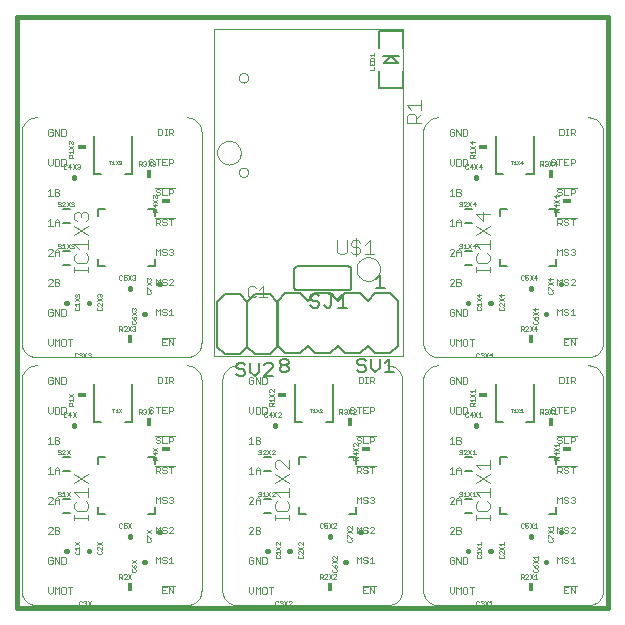
<source format=gto>
G75*
G70*
%OFA0B0*%
%FSLAX24Y24*%
%IPPOS*%
%LPD*%
%AMOC8*
5,1,8,0,0,1.08239X$1,22.5*
%
%ADD10C,0.0160*%
%ADD11C,0.0000*%
%ADD12C,0.0080*%
%ADD13C,0.0040*%
%ADD14C,0.0020*%
%ADD15C,0.0010*%
%ADD16R,0.0280X0.0160*%
%ADD17R,0.0160X0.0280*%
%ADD18C,0.0060*%
%ADD19C,0.0050*%
%ADD20C,0.0030*%
D10*
X000180Y000180D02*
X000180Y019865D01*
X019865Y019865D01*
X019865Y000180D01*
X000180Y000180D01*
X001810Y002059D02*
X001834Y002059D01*
X002560Y002059D02*
X002584Y002059D01*
X003922Y002547D02*
X003922Y002571D01*
X004410Y001709D02*
X004434Y001709D01*
X004910Y002709D02*
X004934Y002709D01*
X002072Y006247D02*
X002072Y006271D01*
X004410Y009976D02*
X004434Y009976D01*
X003922Y010814D02*
X003922Y010838D01*
X004910Y010976D02*
X004934Y010976D01*
X002584Y010326D02*
X002560Y010326D01*
X001834Y010326D02*
X001810Y010326D01*
X002072Y014514D02*
X002072Y014538D01*
X008765Y006271D02*
X008765Y006247D01*
X011603Y002709D02*
X011627Y002709D01*
X011127Y001709D02*
X011103Y001709D01*
X010615Y002547D02*
X010615Y002571D01*
X009277Y002059D02*
X009253Y002059D01*
X008527Y002059D02*
X008503Y002059D01*
X015196Y002059D02*
X015220Y002059D01*
X015946Y002059D02*
X015970Y002059D01*
X017308Y002547D02*
X017308Y002571D01*
X017796Y001709D02*
X017820Y001709D01*
X018296Y002709D02*
X018320Y002709D01*
X015458Y006247D02*
X015458Y006271D01*
X017796Y009976D02*
X017820Y009976D01*
X017308Y010814D02*
X017308Y010838D01*
X018296Y010976D02*
X018320Y010976D01*
X015970Y010326D02*
X015946Y010326D01*
X015220Y010326D02*
X015196Y010326D01*
X015458Y014514D02*
X015458Y014538D01*
D11*
X013708Y016026D02*
X013710Y016070D01*
X013716Y016113D01*
X013725Y016155D01*
X013738Y016197D01*
X013755Y016237D01*
X013775Y016276D01*
X013798Y016313D01*
X013825Y016347D01*
X013854Y016380D01*
X013887Y016409D01*
X013921Y016436D01*
X013958Y016459D01*
X013997Y016479D01*
X014037Y016496D01*
X014079Y016509D01*
X014121Y016518D01*
X014164Y016524D01*
X014208Y016526D01*
X013708Y016026D02*
X013708Y009026D01*
X013710Y008982D01*
X013716Y008939D01*
X013725Y008897D01*
X013738Y008855D01*
X013755Y008815D01*
X013775Y008776D01*
X013798Y008739D01*
X013825Y008705D01*
X013854Y008672D01*
X013887Y008643D01*
X013921Y008616D01*
X013958Y008593D01*
X013997Y008573D01*
X014037Y008556D01*
X014079Y008543D01*
X014121Y008534D01*
X014164Y008528D01*
X014208Y008526D01*
X019208Y008526D01*
X019252Y008528D01*
X019295Y008534D01*
X019337Y008543D01*
X019379Y008556D01*
X019419Y008573D01*
X019458Y008593D01*
X019495Y008616D01*
X019529Y008643D01*
X019562Y008672D01*
X019591Y008705D01*
X019618Y008739D01*
X019641Y008776D01*
X019661Y008815D01*
X019678Y008855D01*
X019691Y008897D01*
X019700Y008939D01*
X019706Y008982D01*
X019708Y009026D01*
X019708Y016026D01*
X019706Y016070D01*
X019700Y016113D01*
X019691Y016155D01*
X019678Y016197D01*
X019661Y016237D01*
X019641Y016276D01*
X019618Y016313D01*
X019591Y016347D01*
X019562Y016380D01*
X019529Y016409D01*
X019495Y016436D01*
X019458Y016459D01*
X019419Y016479D01*
X019379Y016496D01*
X019337Y016509D01*
X019295Y016518D01*
X019252Y016524D01*
X019208Y016526D01*
X013044Y019481D02*
X013044Y008556D01*
X006745Y008556D01*
X006745Y019481D01*
X013044Y019481D01*
X007564Y017843D02*
X007566Y017868D01*
X007572Y017892D01*
X007581Y017914D01*
X007594Y017935D01*
X007610Y017954D01*
X007629Y017970D01*
X007650Y017983D01*
X007672Y017992D01*
X007696Y017998D01*
X007721Y018000D01*
X007746Y017998D01*
X007770Y017992D01*
X007792Y017983D01*
X007813Y017970D01*
X007832Y017954D01*
X007848Y017935D01*
X007861Y017914D01*
X007870Y017892D01*
X007876Y017868D01*
X007878Y017843D01*
X007876Y017818D01*
X007870Y017794D01*
X007861Y017772D01*
X007848Y017751D01*
X007832Y017732D01*
X007813Y017716D01*
X007792Y017703D01*
X007770Y017694D01*
X007746Y017688D01*
X007721Y017686D01*
X007696Y017688D01*
X007672Y017694D01*
X007650Y017703D01*
X007629Y017716D01*
X007610Y017732D01*
X007594Y017751D01*
X007581Y017772D01*
X007572Y017794D01*
X007566Y017818D01*
X007564Y017843D01*
X006322Y016026D02*
X006322Y009026D01*
X006320Y008982D01*
X006314Y008939D01*
X006305Y008897D01*
X006292Y008855D01*
X006275Y008815D01*
X006255Y008776D01*
X006232Y008739D01*
X006205Y008705D01*
X006176Y008672D01*
X006143Y008643D01*
X006109Y008616D01*
X006072Y008593D01*
X006033Y008573D01*
X005993Y008556D01*
X005951Y008543D01*
X005909Y008534D01*
X005866Y008528D01*
X005822Y008526D01*
X000822Y008526D01*
X000778Y008528D01*
X000735Y008534D01*
X000693Y008543D01*
X000651Y008556D01*
X000611Y008573D01*
X000572Y008593D01*
X000535Y008616D01*
X000501Y008643D01*
X000468Y008672D01*
X000439Y008705D01*
X000412Y008739D01*
X000389Y008776D01*
X000369Y008815D01*
X000352Y008855D01*
X000339Y008897D01*
X000330Y008939D01*
X000324Y008982D01*
X000322Y009026D01*
X000322Y016026D01*
X000324Y016070D01*
X000330Y016113D01*
X000339Y016155D01*
X000352Y016197D01*
X000369Y016237D01*
X000389Y016276D01*
X000412Y016313D01*
X000439Y016347D01*
X000468Y016380D01*
X000501Y016409D01*
X000535Y016436D01*
X000572Y016459D01*
X000611Y016479D01*
X000651Y016496D01*
X000693Y016509D01*
X000735Y016518D01*
X000778Y016524D01*
X000822Y016526D01*
X005822Y016526D02*
X005866Y016524D01*
X005909Y016518D01*
X005951Y016509D01*
X005993Y016496D01*
X006033Y016479D01*
X006072Y016459D01*
X006109Y016436D01*
X006143Y016409D01*
X006176Y016380D01*
X006205Y016347D01*
X006232Y016313D01*
X006255Y016276D01*
X006275Y016237D01*
X006292Y016197D01*
X006305Y016155D01*
X006314Y016113D01*
X006320Y016070D01*
X006322Y016026D01*
X006843Y015347D02*
X006845Y015386D01*
X006851Y015425D01*
X006861Y015463D01*
X006874Y015500D01*
X006891Y015535D01*
X006911Y015569D01*
X006935Y015600D01*
X006962Y015629D01*
X006991Y015655D01*
X007023Y015678D01*
X007057Y015698D01*
X007093Y015714D01*
X007130Y015726D01*
X007169Y015735D01*
X007208Y015740D01*
X007247Y015741D01*
X007286Y015738D01*
X007325Y015731D01*
X007362Y015720D01*
X007399Y015706D01*
X007434Y015688D01*
X007467Y015667D01*
X007498Y015642D01*
X007526Y015615D01*
X007551Y015585D01*
X007573Y015552D01*
X007592Y015518D01*
X007607Y015482D01*
X007619Y015444D01*
X007627Y015406D01*
X007631Y015367D01*
X007631Y015327D01*
X007627Y015288D01*
X007619Y015250D01*
X007607Y015212D01*
X007592Y015176D01*
X007573Y015142D01*
X007551Y015109D01*
X007526Y015079D01*
X007498Y015052D01*
X007467Y015027D01*
X007434Y015006D01*
X007399Y014988D01*
X007362Y014974D01*
X007325Y014963D01*
X007286Y014956D01*
X007247Y014953D01*
X007208Y014954D01*
X007169Y014959D01*
X007130Y014968D01*
X007093Y014980D01*
X007057Y014996D01*
X007023Y015016D01*
X006991Y015039D01*
X006962Y015065D01*
X006935Y015094D01*
X006911Y015125D01*
X006891Y015159D01*
X006874Y015194D01*
X006861Y015231D01*
X006851Y015269D01*
X006845Y015308D01*
X006843Y015347D01*
X007564Y014694D02*
X007566Y014719D01*
X007572Y014743D01*
X007581Y014765D01*
X007594Y014786D01*
X007610Y014805D01*
X007629Y014821D01*
X007650Y014834D01*
X007672Y014843D01*
X007696Y014849D01*
X007721Y014851D01*
X007746Y014849D01*
X007770Y014843D01*
X007792Y014834D01*
X007813Y014821D01*
X007832Y014805D01*
X007848Y014786D01*
X007861Y014765D01*
X007870Y014743D01*
X007876Y014719D01*
X007878Y014694D01*
X007876Y014669D01*
X007870Y014645D01*
X007861Y014623D01*
X007848Y014602D01*
X007832Y014583D01*
X007813Y014567D01*
X007792Y014554D01*
X007770Y014545D01*
X007746Y014539D01*
X007721Y014537D01*
X007696Y014539D01*
X007672Y014545D01*
X007650Y014554D01*
X007629Y014567D01*
X007610Y014583D01*
X007594Y014602D01*
X007581Y014623D01*
X007572Y014645D01*
X007566Y014669D01*
X007564Y014694D01*
X011489Y011469D02*
X011491Y011508D01*
X011497Y011547D01*
X011507Y011585D01*
X011520Y011622D01*
X011537Y011657D01*
X011557Y011691D01*
X011581Y011722D01*
X011608Y011751D01*
X011637Y011777D01*
X011669Y011800D01*
X011703Y011820D01*
X011739Y011836D01*
X011776Y011848D01*
X011815Y011857D01*
X011854Y011862D01*
X011893Y011863D01*
X011932Y011860D01*
X011971Y011853D01*
X012008Y011842D01*
X012045Y011828D01*
X012080Y011810D01*
X012113Y011789D01*
X012144Y011764D01*
X012172Y011737D01*
X012197Y011707D01*
X012219Y011674D01*
X012238Y011640D01*
X012253Y011604D01*
X012265Y011566D01*
X012273Y011528D01*
X012277Y011489D01*
X012277Y011449D01*
X012273Y011410D01*
X012265Y011372D01*
X012253Y011334D01*
X012238Y011298D01*
X012219Y011264D01*
X012197Y011231D01*
X012172Y011201D01*
X012144Y011174D01*
X012113Y011149D01*
X012080Y011128D01*
X012045Y011110D01*
X012008Y011096D01*
X011971Y011085D01*
X011932Y011078D01*
X011893Y011075D01*
X011854Y011076D01*
X011815Y011081D01*
X011776Y011090D01*
X011739Y011102D01*
X011703Y011118D01*
X011669Y011138D01*
X011637Y011161D01*
X011608Y011187D01*
X011581Y011216D01*
X011557Y011247D01*
X011537Y011281D01*
X011520Y011316D01*
X011507Y011353D01*
X011497Y011391D01*
X011491Y011430D01*
X011489Y011469D01*
X012515Y008259D02*
X012559Y008257D01*
X012602Y008251D01*
X012644Y008242D01*
X012686Y008229D01*
X012726Y008212D01*
X012765Y008192D01*
X012802Y008169D01*
X012836Y008142D01*
X012869Y008113D01*
X012898Y008080D01*
X012925Y008046D01*
X012948Y008009D01*
X012968Y007970D01*
X012985Y007930D01*
X012998Y007888D01*
X013007Y007846D01*
X013013Y007803D01*
X013015Y007759D01*
X013015Y000759D01*
X013013Y000715D01*
X013007Y000672D01*
X012998Y000630D01*
X012985Y000588D01*
X012968Y000548D01*
X012948Y000509D01*
X012925Y000472D01*
X012898Y000438D01*
X012869Y000405D01*
X012836Y000376D01*
X012802Y000349D01*
X012765Y000326D01*
X012726Y000306D01*
X012686Y000289D01*
X012644Y000276D01*
X012602Y000267D01*
X012559Y000261D01*
X012515Y000259D01*
X007515Y000259D01*
X007471Y000261D01*
X007428Y000267D01*
X007386Y000276D01*
X007344Y000289D01*
X007304Y000306D01*
X007265Y000326D01*
X007228Y000349D01*
X007194Y000376D01*
X007161Y000405D01*
X007132Y000438D01*
X007105Y000472D01*
X007082Y000509D01*
X007062Y000548D01*
X007045Y000588D01*
X007032Y000630D01*
X007023Y000672D01*
X007017Y000715D01*
X007015Y000759D01*
X007015Y007759D01*
X007017Y007803D01*
X007023Y007846D01*
X007032Y007888D01*
X007045Y007930D01*
X007062Y007970D01*
X007082Y008009D01*
X007105Y008046D01*
X007132Y008080D01*
X007161Y008113D01*
X007194Y008142D01*
X007228Y008169D01*
X007265Y008192D01*
X007304Y008212D01*
X007344Y008229D01*
X007386Y008242D01*
X007428Y008251D01*
X007471Y008257D01*
X007515Y008259D01*
X006322Y007759D02*
X006322Y000759D01*
X006320Y000715D01*
X006314Y000672D01*
X006305Y000630D01*
X006292Y000588D01*
X006275Y000548D01*
X006255Y000509D01*
X006232Y000472D01*
X006205Y000438D01*
X006176Y000405D01*
X006143Y000376D01*
X006109Y000349D01*
X006072Y000326D01*
X006033Y000306D01*
X005993Y000289D01*
X005951Y000276D01*
X005909Y000267D01*
X005866Y000261D01*
X005822Y000259D01*
X000822Y000259D01*
X000778Y000261D01*
X000735Y000267D01*
X000693Y000276D01*
X000651Y000289D01*
X000611Y000306D01*
X000572Y000326D01*
X000535Y000349D01*
X000501Y000376D01*
X000468Y000405D01*
X000439Y000438D01*
X000412Y000472D01*
X000389Y000509D01*
X000369Y000548D01*
X000352Y000588D01*
X000339Y000630D01*
X000330Y000672D01*
X000324Y000715D01*
X000322Y000759D01*
X000322Y007759D01*
X000324Y007803D01*
X000330Y007846D01*
X000339Y007888D01*
X000352Y007930D01*
X000369Y007970D01*
X000389Y008009D01*
X000412Y008046D01*
X000439Y008080D01*
X000468Y008113D01*
X000501Y008142D01*
X000535Y008169D01*
X000572Y008192D01*
X000611Y008212D01*
X000651Y008229D01*
X000693Y008242D01*
X000735Y008251D01*
X000778Y008257D01*
X000822Y008259D01*
X005822Y008259D02*
X005866Y008257D01*
X005909Y008251D01*
X005951Y008242D01*
X005993Y008229D01*
X006033Y008212D01*
X006072Y008192D01*
X006109Y008169D01*
X006143Y008142D01*
X006176Y008113D01*
X006205Y008080D01*
X006232Y008046D01*
X006255Y008009D01*
X006275Y007970D01*
X006292Y007930D01*
X006305Y007888D01*
X006314Y007846D01*
X006320Y007803D01*
X006322Y007759D01*
X013708Y007759D02*
X013708Y000759D01*
X013710Y000715D01*
X013716Y000672D01*
X013725Y000630D01*
X013738Y000588D01*
X013755Y000548D01*
X013775Y000509D01*
X013798Y000472D01*
X013825Y000438D01*
X013854Y000405D01*
X013887Y000376D01*
X013921Y000349D01*
X013958Y000326D01*
X013997Y000306D01*
X014037Y000289D01*
X014079Y000276D01*
X014121Y000267D01*
X014164Y000261D01*
X014208Y000259D01*
X019208Y000259D01*
X019252Y000261D01*
X019295Y000267D01*
X019337Y000276D01*
X019379Y000289D01*
X019419Y000306D01*
X019458Y000326D01*
X019495Y000349D01*
X019529Y000376D01*
X019562Y000405D01*
X019591Y000438D01*
X019618Y000472D01*
X019641Y000509D01*
X019661Y000548D01*
X019678Y000588D01*
X019691Y000630D01*
X019700Y000672D01*
X019706Y000715D01*
X019708Y000759D01*
X019708Y007759D01*
X019706Y007803D01*
X019700Y007846D01*
X019691Y007888D01*
X019678Y007930D01*
X019661Y007970D01*
X019641Y008009D01*
X019618Y008046D01*
X019591Y008080D01*
X019562Y008113D01*
X019529Y008142D01*
X019495Y008169D01*
X019458Y008192D01*
X019419Y008212D01*
X019379Y008229D01*
X019337Y008242D01*
X019295Y008251D01*
X019252Y008257D01*
X019208Y008259D01*
X014208Y008259D02*
X014164Y008257D01*
X014121Y008251D01*
X014079Y008242D01*
X014037Y008229D01*
X013997Y008212D01*
X013958Y008192D01*
X013921Y008169D01*
X013887Y008142D01*
X013854Y008113D01*
X013825Y008080D01*
X013798Y008046D01*
X013775Y008009D01*
X013755Y007970D01*
X013738Y007930D01*
X013725Y007888D01*
X013716Y007846D01*
X013710Y007803D01*
X013708Y007759D01*
D12*
X016128Y007639D02*
X016128Y006379D01*
X016364Y006379D01*
X017151Y006379D02*
X017387Y006379D01*
X017387Y007639D01*
X017917Y005203D02*
X018152Y005203D01*
X018152Y004968D01*
X018152Y003549D02*
X018152Y003314D01*
X017917Y003314D01*
X016498Y003314D02*
X016263Y003314D01*
X016263Y003549D01*
X016263Y004968D02*
X016263Y005203D01*
X016498Y005203D01*
X011459Y005203D02*
X011459Y004968D01*
X011459Y005203D02*
X011224Y005203D01*
X010695Y006379D02*
X010458Y006379D01*
X010695Y006379D02*
X010695Y007639D01*
X009435Y007639D02*
X009435Y006379D01*
X009671Y006379D01*
X009570Y005203D02*
X009805Y005203D01*
X009570Y005203D02*
X009570Y004968D01*
X009570Y003549D02*
X009570Y003314D01*
X009805Y003314D01*
X011224Y003314D02*
X011459Y003314D01*
X011459Y003549D01*
X004766Y003549D02*
X004766Y003314D01*
X004531Y003314D01*
X003112Y003314D02*
X002877Y003314D01*
X002877Y003549D01*
X002877Y004968D02*
X002877Y005203D01*
X003112Y005203D01*
X002978Y006379D02*
X002742Y006379D01*
X002742Y007639D01*
X004002Y007639D02*
X004002Y006379D01*
X003765Y006379D01*
X004531Y005203D02*
X004766Y005203D01*
X004766Y004968D01*
X004766Y011582D02*
X004531Y011582D01*
X004766Y011582D02*
X004766Y011817D01*
X004766Y013236D02*
X004766Y013471D01*
X004531Y013471D01*
X004002Y014647D02*
X003765Y014647D01*
X004002Y014647D02*
X004002Y015906D01*
X002742Y015906D02*
X002742Y014647D01*
X002978Y014647D01*
X002877Y013471D02*
X003112Y013471D01*
X002877Y013471D02*
X002877Y013236D01*
X002877Y011817D02*
X002877Y011582D01*
X003112Y011582D01*
X012247Y017513D02*
X013034Y017513D01*
X013034Y018064D01*
X012877Y018339D02*
X012641Y018576D01*
X012404Y018339D01*
X012877Y018339D01*
X012916Y018576D02*
X012641Y018576D01*
X012365Y018576D01*
X012247Y018851D02*
X012247Y019402D01*
X013034Y019402D01*
X013034Y018851D01*
X012247Y018064D02*
X012247Y017513D01*
X016128Y015906D02*
X016128Y014647D01*
X016364Y014647D01*
X017151Y014647D02*
X017387Y014647D01*
X017387Y015906D01*
X017917Y013471D02*
X018152Y013471D01*
X018152Y013236D01*
X018152Y011817D02*
X018152Y011582D01*
X017917Y011582D01*
X016498Y011582D02*
X016263Y011582D01*
X016263Y011817D01*
X016263Y013236D02*
X016263Y013471D01*
X016498Y013471D01*
D13*
X015924Y013293D02*
X015463Y013293D01*
X015694Y013063D01*
X015694Y013370D01*
X015924Y012910D02*
X015463Y012603D01*
X015463Y012910D02*
X015924Y012603D01*
X015924Y012449D02*
X015924Y012143D01*
X015924Y012296D02*
X015463Y012296D01*
X015617Y012143D01*
X015540Y011989D02*
X015463Y011912D01*
X015463Y011759D01*
X015540Y011682D01*
X015847Y011682D01*
X015924Y011759D01*
X015924Y011912D01*
X015847Y011989D01*
X015924Y011529D02*
X015924Y011375D01*
X015924Y011452D02*
X015463Y011452D01*
X015463Y011375D02*
X015463Y011529D01*
X012076Y011970D02*
X011769Y011970D01*
X011923Y011970D02*
X011923Y012430D01*
X011769Y012277D01*
X011616Y012353D02*
X011539Y012430D01*
X011385Y012430D01*
X011309Y012353D01*
X011309Y012277D01*
X011385Y012200D01*
X011539Y012200D01*
X011616Y012123D01*
X011616Y012046D01*
X011539Y011970D01*
X011385Y011970D01*
X011309Y012046D01*
X011155Y012046D02*
X011079Y011970D01*
X010925Y011970D01*
X010848Y012046D01*
X010848Y012430D01*
X011155Y012430D02*
X011155Y012046D01*
X011462Y011893D02*
X011462Y012507D01*
X013160Y016324D02*
X013160Y016555D01*
X013237Y016631D01*
X013390Y016631D01*
X013467Y016555D01*
X013467Y016324D01*
X013621Y016324D02*
X013160Y016324D01*
X013467Y016478D02*
X013621Y016631D01*
X013621Y016785D02*
X013621Y017092D01*
X013621Y016938D02*
X013160Y016938D01*
X013314Y016785D01*
X002538Y013293D02*
X002538Y013140D01*
X002461Y013063D01*
X002538Y012910D02*
X002078Y012603D01*
X002078Y012910D02*
X002538Y012603D01*
X002538Y012449D02*
X002538Y012143D01*
X002538Y012296D02*
X002078Y012296D01*
X002231Y012143D01*
X002154Y011989D02*
X002078Y011912D01*
X002078Y011759D01*
X002154Y011682D01*
X002461Y011682D01*
X002538Y011759D01*
X002538Y011912D01*
X002461Y011989D01*
X002538Y011529D02*
X002538Y011375D01*
X002538Y011452D02*
X002078Y011452D01*
X002078Y011375D02*
X002078Y011529D01*
X002154Y013063D02*
X002078Y013140D01*
X002078Y013293D01*
X002154Y013370D01*
X002231Y013370D01*
X002308Y013293D01*
X002384Y013370D01*
X002461Y013370D01*
X002538Y013293D01*
X002308Y013293D02*
X002308Y013217D01*
X008847Y005103D02*
X008770Y005026D01*
X008770Y004872D01*
X008847Y004796D01*
X008770Y004642D02*
X009231Y004335D01*
X009231Y004182D02*
X009231Y003875D01*
X009231Y004028D02*
X008770Y004028D01*
X008924Y003875D01*
X008847Y003721D02*
X008770Y003645D01*
X008770Y003491D01*
X008847Y003414D01*
X009154Y003414D01*
X009231Y003491D01*
X009231Y003645D01*
X009154Y003721D01*
X009231Y003261D02*
X009231Y003107D01*
X009231Y003184D02*
X008770Y003184D01*
X008770Y003107D02*
X008770Y003261D01*
X008770Y004335D02*
X009231Y004642D01*
X009231Y004796D02*
X008924Y005103D01*
X008847Y005103D01*
X009231Y005103D02*
X009231Y004796D01*
X015463Y004949D02*
X015617Y004796D01*
X015463Y004949D02*
X015924Y004949D01*
X015924Y004796D02*
X015924Y005103D01*
X015924Y004642D02*
X015463Y004335D01*
X015463Y004642D02*
X015924Y004335D01*
X015924Y004182D02*
X015924Y003875D01*
X015924Y004028D02*
X015463Y004028D01*
X015617Y003875D01*
X015540Y003721D02*
X015463Y003645D01*
X015463Y003491D01*
X015540Y003414D01*
X015847Y003414D01*
X015924Y003491D01*
X015924Y003645D01*
X015847Y003721D01*
X015924Y003261D02*
X015924Y003107D01*
X015924Y003184D02*
X015463Y003184D01*
X015463Y003107D02*
X015463Y003261D01*
X002538Y003107D02*
X002538Y003261D01*
X002538Y003184D02*
X002078Y003184D01*
X002078Y003107D02*
X002078Y003261D01*
X002154Y003414D02*
X002461Y003414D01*
X002538Y003491D01*
X002538Y003645D01*
X002461Y003721D01*
X002538Y003875D02*
X002538Y004182D01*
X002538Y004335D02*
X002078Y004642D01*
X002078Y004335D02*
X002538Y004642D01*
X002538Y004028D02*
X002078Y004028D01*
X002231Y003875D01*
X002154Y003721D02*
X002078Y003645D01*
X002078Y003491D01*
X002154Y003414D01*
D14*
X001575Y003644D02*
X001575Y003791D01*
X001501Y003864D01*
X001428Y003791D01*
X001428Y003644D01*
X001354Y003644D02*
X001207Y003644D01*
X001354Y003791D01*
X001354Y003827D01*
X001317Y003864D01*
X001243Y003864D01*
X001207Y003827D01*
X001428Y003754D02*
X001575Y003754D01*
X001575Y004644D02*
X001575Y004791D01*
X001501Y004864D01*
X001428Y004791D01*
X001428Y004644D01*
X001354Y004644D02*
X001207Y004644D01*
X001280Y004644D02*
X001280Y004864D01*
X001207Y004791D01*
X001428Y004754D02*
X001575Y004754D01*
X001538Y005644D02*
X001428Y005644D01*
X001428Y005864D01*
X001538Y005864D01*
X001575Y005827D01*
X001575Y005791D01*
X001538Y005754D01*
X001428Y005754D01*
X001538Y005754D02*
X001575Y005717D01*
X001575Y005680D01*
X001538Y005644D01*
X001354Y005644D02*
X001207Y005644D01*
X001280Y005644D02*
X001280Y005864D01*
X001207Y005791D01*
X001280Y006644D02*
X001354Y006717D01*
X001354Y006864D01*
X001428Y006864D02*
X001428Y006644D01*
X001538Y006644D01*
X001575Y006680D01*
X001575Y006827D01*
X001538Y006864D01*
X001428Y006864D01*
X001649Y006864D02*
X001649Y006644D01*
X001759Y006644D01*
X001795Y006680D01*
X001795Y006827D01*
X001759Y006864D01*
X001649Y006864D01*
X001280Y006644D02*
X001207Y006717D01*
X001207Y006864D01*
X001243Y007644D02*
X001317Y007644D01*
X001354Y007680D01*
X001354Y007754D01*
X001280Y007754D01*
X001207Y007827D02*
X001207Y007680D01*
X001243Y007644D01*
X001428Y007644D02*
X001428Y007864D01*
X001575Y007644D01*
X001575Y007864D01*
X001649Y007864D02*
X001649Y007644D01*
X001759Y007644D01*
X001795Y007680D01*
X001795Y007827D01*
X001759Y007864D01*
X001649Y007864D01*
X001354Y007827D02*
X001317Y007864D01*
X001243Y007864D01*
X001207Y007827D01*
X001280Y008911D02*
X001354Y008985D01*
X001354Y009132D01*
X001428Y009132D02*
X001428Y008911D01*
X001575Y008911D02*
X001575Y009132D01*
X001501Y009058D01*
X001428Y009132D01*
X001207Y009132D02*
X001207Y008985D01*
X001280Y008911D01*
X001649Y008948D02*
X001685Y008911D01*
X001759Y008911D01*
X001795Y008948D01*
X001795Y009095D01*
X001759Y009132D01*
X001685Y009132D01*
X001649Y009095D01*
X001649Y008948D01*
X001870Y009132D02*
X002016Y009132D01*
X001943Y009132D02*
X001943Y008911D01*
X001759Y009911D02*
X001795Y009948D01*
X001795Y010095D01*
X001759Y010132D01*
X001649Y010132D01*
X001649Y009911D01*
X001759Y009911D01*
X001575Y009911D02*
X001575Y010132D01*
X001428Y010132D02*
X001575Y009911D01*
X001428Y009911D02*
X001428Y010132D01*
X001354Y010095D02*
X001317Y010132D01*
X001243Y010132D01*
X001207Y010095D01*
X001207Y009948D01*
X001243Y009911D01*
X001317Y009911D01*
X001354Y009948D01*
X001354Y010022D01*
X001280Y010022D01*
X001207Y010911D02*
X001354Y011058D01*
X001354Y011095D01*
X001317Y011132D01*
X001243Y011132D01*
X001207Y011095D01*
X001207Y010911D02*
X001354Y010911D01*
X001428Y010911D02*
X001428Y011132D01*
X001538Y011132D01*
X001575Y011095D01*
X001575Y011058D01*
X001538Y011022D01*
X001428Y011022D01*
X001538Y011022D02*
X001575Y010985D01*
X001575Y010948D01*
X001538Y010911D01*
X001428Y010911D01*
X001428Y011911D02*
X001428Y012058D01*
X001501Y012132D01*
X001575Y012058D01*
X001575Y011911D01*
X001575Y012022D02*
X001428Y012022D01*
X001354Y012058D02*
X001207Y011911D01*
X001354Y011911D01*
X001354Y012058D02*
X001354Y012095D01*
X001317Y012132D01*
X001243Y012132D01*
X001207Y012095D01*
X001207Y012911D02*
X001354Y012911D01*
X001428Y012911D02*
X001428Y013058D01*
X001501Y013132D01*
X001575Y013058D01*
X001575Y012911D01*
X001575Y013022D02*
X001428Y013022D01*
X001280Y013132D02*
X001280Y012911D01*
X001207Y013058D02*
X001280Y013132D01*
X001280Y013911D02*
X001280Y014132D01*
X001207Y014058D01*
X001207Y013911D02*
X001354Y013911D01*
X001428Y013911D02*
X001428Y014132D01*
X001538Y014132D01*
X001575Y014095D01*
X001575Y014058D01*
X001538Y014022D01*
X001428Y014022D01*
X001538Y014022D02*
X001575Y013985D01*
X001575Y013948D01*
X001538Y013911D01*
X001428Y013911D01*
X001428Y014911D02*
X001538Y014911D01*
X001575Y014948D01*
X001575Y015095D01*
X001538Y015132D01*
X001428Y015132D01*
X001428Y014911D01*
X001354Y014985D02*
X001354Y015132D01*
X001354Y014985D02*
X001280Y014911D01*
X001207Y014985D01*
X001207Y015132D01*
X001649Y015132D02*
X001649Y014911D01*
X001759Y014911D01*
X001795Y014948D01*
X001795Y015095D01*
X001759Y015132D01*
X001649Y015132D01*
X001649Y015911D02*
X001759Y015911D01*
X001795Y015948D01*
X001795Y016095D01*
X001759Y016132D01*
X001649Y016132D01*
X001649Y015911D01*
X001575Y015911D02*
X001575Y016132D01*
X001428Y016132D02*
X001575Y015911D01*
X001428Y015911D02*
X001428Y016132D01*
X001354Y016095D02*
X001317Y016132D01*
X001243Y016132D01*
X001207Y016095D01*
X001207Y015948D01*
X001243Y015911D01*
X001317Y015911D01*
X001354Y015948D01*
X001354Y016022D01*
X001280Y016022D01*
X004573Y015105D02*
X004573Y015068D01*
X004609Y015032D01*
X004683Y015032D01*
X004720Y014995D01*
X004720Y014958D01*
X004683Y014921D01*
X004609Y014921D01*
X004573Y014958D01*
X004573Y015105D02*
X004609Y015142D01*
X004683Y015142D01*
X004720Y015105D01*
X004794Y015142D02*
X004941Y015142D01*
X005015Y015142D02*
X005015Y014921D01*
X005162Y014921D01*
X005236Y014921D02*
X005236Y015142D01*
X005346Y015142D01*
X005383Y015105D01*
X005383Y015032D01*
X005346Y014995D01*
X005236Y014995D01*
X005088Y015032D02*
X005015Y015032D01*
X005015Y015142D02*
X005162Y015142D01*
X004867Y015142D02*
X004867Y014921D01*
X004784Y014181D02*
X005447Y014181D01*
X005383Y014105D02*
X005383Y014032D01*
X005346Y013995D01*
X005236Y013995D01*
X005236Y013921D02*
X005236Y014142D01*
X005346Y014142D01*
X005383Y014105D01*
X005162Y013921D02*
X005015Y013921D01*
X005015Y014142D01*
X004941Y014105D02*
X004904Y014142D01*
X004830Y014142D01*
X004794Y014105D01*
X004794Y014068D01*
X004830Y014032D01*
X004904Y014032D01*
X004941Y013995D01*
X004941Y013958D01*
X004904Y013921D01*
X004830Y013921D01*
X004794Y013958D01*
X004784Y013181D02*
X005447Y013181D01*
X005383Y013142D02*
X005236Y013142D01*
X005309Y013142D02*
X005309Y012921D01*
X005162Y012958D02*
X005125Y012921D01*
X005051Y012921D01*
X005015Y012958D01*
X005051Y013032D02*
X005125Y013032D01*
X005162Y012995D01*
X005162Y012958D01*
X005051Y013032D02*
X005015Y013068D01*
X005015Y013105D01*
X005051Y013142D01*
X005125Y013142D01*
X005162Y013105D01*
X004941Y013105D02*
X004941Y013032D01*
X004904Y012995D01*
X004794Y012995D01*
X004867Y012995D02*
X004941Y012921D01*
X004794Y012921D02*
X004794Y013142D01*
X004904Y013142D01*
X004941Y013105D01*
X004941Y012142D02*
X004941Y011921D01*
X005015Y011958D02*
X005051Y011921D01*
X005125Y011921D01*
X005162Y011958D01*
X005162Y011995D01*
X005125Y012032D01*
X005051Y012032D01*
X005015Y012068D01*
X005015Y012105D01*
X005051Y012142D01*
X005125Y012142D01*
X005162Y012105D01*
X005236Y012105D02*
X005272Y012142D01*
X005346Y012142D01*
X005383Y012105D01*
X005383Y012068D01*
X005346Y012032D01*
X005383Y011995D01*
X005383Y011958D01*
X005346Y011921D01*
X005272Y011921D01*
X005236Y011958D01*
X005309Y012032D02*
X005346Y012032D01*
X004941Y012142D02*
X004867Y012068D01*
X004794Y012142D01*
X004794Y011921D01*
X004794Y011142D02*
X004867Y011068D01*
X004941Y011142D01*
X004941Y010921D01*
X005015Y010958D02*
X005051Y010921D01*
X005125Y010921D01*
X005162Y010958D01*
X005162Y010995D01*
X005125Y011032D01*
X005051Y011032D01*
X005015Y011068D01*
X005015Y011105D01*
X005051Y011142D01*
X005125Y011142D01*
X005162Y011105D01*
X005236Y011105D02*
X005272Y011142D01*
X005346Y011142D01*
X005383Y011105D01*
X005383Y011068D01*
X005236Y010921D01*
X005383Y010921D01*
X004794Y010921D02*
X004794Y011142D01*
X004794Y010142D02*
X004867Y010068D01*
X004941Y010142D01*
X004941Y009921D01*
X005015Y009958D02*
X005051Y009921D01*
X005125Y009921D01*
X005162Y009958D01*
X005162Y009995D01*
X005125Y010032D01*
X005051Y010032D01*
X005015Y010068D01*
X005015Y010105D01*
X005051Y010142D01*
X005125Y010142D01*
X005162Y010105D01*
X005236Y010068D02*
X005309Y010142D01*
X005309Y009921D01*
X005236Y009921D02*
X005383Y009921D01*
X004794Y009921D02*
X004794Y010142D01*
X005005Y009181D02*
X005447Y009181D01*
X005383Y009142D02*
X005383Y008921D01*
X005236Y009142D01*
X005236Y008921D01*
X005162Y008921D02*
X005015Y008921D01*
X005015Y009142D01*
X005162Y009142D01*
X005088Y009032D02*
X005015Y009032D01*
X004978Y007874D02*
X004867Y007874D01*
X004867Y007654D01*
X004978Y007654D01*
X005014Y007690D01*
X005014Y007837D01*
X004978Y007874D01*
X005088Y007874D02*
X005162Y007874D01*
X005125Y007874D02*
X005125Y007654D01*
X005088Y007654D02*
X005162Y007654D01*
X005236Y007654D02*
X005236Y007874D01*
X005346Y007874D01*
X005383Y007837D01*
X005383Y007764D01*
X005346Y007727D01*
X005236Y007727D01*
X005309Y007727D02*
X005383Y007654D01*
X005346Y006874D02*
X005383Y006837D01*
X005383Y006764D01*
X005346Y006727D01*
X005236Y006727D01*
X005236Y006654D02*
X005236Y006874D01*
X005346Y006874D01*
X005162Y006874D02*
X005015Y006874D01*
X005015Y006654D01*
X005162Y006654D01*
X005088Y006764D02*
X005015Y006764D01*
X004941Y006874D02*
X004794Y006874D01*
X004867Y006874D02*
X004867Y006654D01*
X004720Y006690D02*
X004720Y006727D01*
X004683Y006764D01*
X004609Y006764D01*
X004573Y006801D01*
X004573Y006837D01*
X004609Y006874D01*
X004683Y006874D01*
X004720Y006837D01*
X004720Y006690D02*
X004683Y006654D01*
X004609Y006654D01*
X004573Y006690D01*
X004784Y005914D02*
X005447Y005914D01*
X005383Y005837D02*
X005383Y005764D01*
X005346Y005727D01*
X005236Y005727D01*
X005236Y005654D02*
X005236Y005874D01*
X005346Y005874D01*
X005383Y005837D01*
X005162Y005654D02*
X005015Y005654D01*
X005015Y005874D01*
X004941Y005837D02*
X004904Y005874D01*
X004830Y005874D01*
X004794Y005837D01*
X004794Y005801D01*
X004830Y005764D01*
X004904Y005764D01*
X004941Y005727D01*
X004941Y005690D01*
X004904Y005654D01*
X004830Y005654D01*
X004794Y005690D01*
X004784Y004914D02*
X005447Y004914D01*
X005383Y004874D02*
X005236Y004874D01*
X005309Y004874D02*
X005309Y004654D01*
X005162Y004690D02*
X005125Y004654D01*
X005051Y004654D01*
X005015Y004690D01*
X005051Y004764D02*
X005125Y004764D01*
X005162Y004727D01*
X005162Y004690D01*
X005051Y004764D02*
X005015Y004801D01*
X005015Y004837D01*
X005051Y004874D01*
X005125Y004874D01*
X005162Y004837D01*
X004941Y004837D02*
X004941Y004764D01*
X004904Y004727D01*
X004794Y004727D01*
X004867Y004727D02*
X004941Y004654D01*
X004794Y004654D02*
X004794Y004874D01*
X004904Y004874D01*
X004941Y004837D01*
X004941Y003874D02*
X004941Y003654D01*
X005015Y003690D02*
X005051Y003654D01*
X005125Y003654D01*
X005162Y003690D01*
X005162Y003727D01*
X005125Y003764D01*
X005051Y003764D01*
X005015Y003801D01*
X005015Y003837D01*
X005051Y003874D01*
X005125Y003874D01*
X005162Y003837D01*
X005236Y003837D02*
X005272Y003874D01*
X005346Y003874D01*
X005383Y003837D01*
X005383Y003801D01*
X005346Y003764D01*
X005383Y003727D01*
X005383Y003690D01*
X005346Y003654D01*
X005272Y003654D01*
X005236Y003690D01*
X005309Y003764D02*
X005346Y003764D01*
X004941Y003874D02*
X004867Y003801D01*
X004794Y003874D01*
X004794Y003654D01*
X004794Y002874D02*
X004867Y002801D01*
X004941Y002874D01*
X004941Y002654D01*
X005015Y002690D02*
X005051Y002654D01*
X005125Y002654D01*
X005162Y002690D01*
X005162Y002727D01*
X005125Y002764D01*
X005051Y002764D01*
X005015Y002801D01*
X005015Y002837D01*
X005051Y002874D01*
X005125Y002874D01*
X005162Y002837D01*
X005236Y002837D02*
X005272Y002874D01*
X005346Y002874D01*
X005383Y002837D01*
X005383Y002801D01*
X005236Y002654D01*
X005383Y002654D01*
X004794Y002654D02*
X004794Y002874D01*
X004794Y001874D02*
X004867Y001801D01*
X004941Y001874D01*
X004941Y001654D01*
X005015Y001690D02*
X005051Y001654D01*
X005125Y001654D01*
X005162Y001690D01*
X005162Y001727D01*
X005125Y001764D01*
X005051Y001764D01*
X005015Y001801D01*
X005015Y001837D01*
X005051Y001874D01*
X005125Y001874D01*
X005162Y001837D01*
X005236Y001801D02*
X005309Y001874D01*
X005309Y001654D01*
X005236Y001654D02*
X005383Y001654D01*
X004794Y001654D02*
X004794Y001874D01*
X005005Y000914D02*
X005447Y000914D01*
X005383Y000874D02*
X005383Y000654D01*
X005236Y000874D01*
X005236Y000654D01*
X005162Y000654D02*
X005015Y000654D01*
X005015Y000874D01*
X005162Y000874D01*
X005088Y000764D02*
X005015Y000764D01*
X007900Y000717D02*
X007973Y000644D01*
X008046Y000717D01*
X008046Y000864D01*
X008121Y000864D02*
X008194Y000791D01*
X008267Y000864D01*
X008267Y000644D01*
X008342Y000680D02*
X008378Y000644D01*
X008452Y000644D01*
X008488Y000680D01*
X008488Y000827D01*
X008452Y000864D01*
X008378Y000864D01*
X008342Y000827D01*
X008342Y000680D01*
X008121Y000644D02*
X008121Y000864D01*
X007900Y000864D02*
X007900Y000717D01*
X008563Y000864D02*
X008709Y000864D01*
X008636Y000864D02*
X008636Y000644D01*
X008452Y001644D02*
X008342Y001644D01*
X008342Y001864D01*
X008452Y001864D01*
X008488Y001827D01*
X008488Y001680D01*
X008452Y001644D01*
X008267Y001644D02*
X008267Y001864D01*
X008121Y001864D02*
X008121Y001644D01*
X008046Y001680D02*
X008046Y001754D01*
X007973Y001754D01*
X007900Y001827D02*
X007900Y001680D01*
X007936Y001644D01*
X008010Y001644D01*
X008046Y001680D01*
X008046Y001827D02*
X008010Y001864D01*
X007936Y001864D01*
X007900Y001827D01*
X008121Y001864D02*
X008267Y001644D01*
X008231Y002644D02*
X008121Y002644D01*
X008121Y002864D01*
X008231Y002864D01*
X008267Y002827D01*
X008267Y002791D01*
X008231Y002754D01*
X008121Y002754D01*
X008046Y002791D02*
X008046Y002827D01*
X008010Y002864D01*
X007936Y002864D01*
X007900Y002827D01*
X008046Y002791D02*
X007900Y002644D01*
X008046Y002644D01*
X008231Y002644D02*
X008267Y002680D01*
X008267Y002717D01*
X008231Y002754D01*
X008267Y003644D02*
X008267Y003791D01*
X008194Y003864D01*
X008121Y003791D01*
X008121Y003644D01*
X008046Y003644D02*
X007900Y003644D01*
X008046Y003791D01*
X008046Y003827D01*
X008010Y003864D01*
X007936Y003864D01*
X007900Y003827D01*
X008121Y003754D02*
X008267Y003754D01*
X008267Y004644D02*
X008267Y004791D01*
X008194Y004864D01*
X008121Y004791D01*
X008121Y004644D01*
X008046Y004644D02*
X007900Y004644D01*
X007973Y004644D02*
X007973Y004864D01*
X007900Y004791D01*
X008121Y004754D02*
X008267Y004754D01*
X008231Y005644D02*
X008121Y005644D01*
X008121Y005864D01*
X008231Y005864D01*
X008267Y005827D01*
X008267Y005791D01*
X008231Y005754D01*
X008121Y005754D01*
X008231Y005754D02*
X008267Y005717D01*
X008267Y005680D01*
X008231Y005644D01*
X008046Y005644D02*
X007900Y005644D01*
X007973Y005644D02*
X007973Y005864D01*
X007900Y005791D01*
X007973Y006644D02*
X008046Y006717D01*
X008046Y006864D01*
X008121Y006864D02*
X008231Y006864D01*
X008267Y006827D01*
X008267Y006680D01*
X008231Y006644D01*
X008121Y006644D01*
X008121Y006864D01*
X008342Y006864D02*
X008342Y006644D01*
X008452Y006644D01*
X008488Y006680D01*
X008488Y006827D01*
X008452Y006864D01*
X008342Y006864D01*
X007973Y006644D02*
X007900Y006717D01*
X007900Y006864D01*
X007936Y007644D02*
X008010Y007644D01*
X008046Y007680D01*
X008046Y007754D01*
X007973Y007754D01*
X007900Y007827D02*
X007900Y007680D01*
X007936Y007644D01*
X008121Y007644D02*
X008121Y007864D01*
X008267Y007644D01*
X008267Y007864D01*
X008342Y007864D02*
X008452Y007864D01*
X008488Y007827D01*
X008488Y007680D01*
X008452Y007644D01*
X008342Y007644D01*
X008342Y007864D01*
X008046Y007827D02*
X008010Y007864D01*
X007936Y007864D01*
X007900Y007827D01*
X011266Y006837D02*
X011266Y006801D01*
X011302Y006764D01*
X011376Y006764D01*
X011412Y006727D01*
X011412Y006690D01*
X011376Y006654D01*
X011302Y006654D01*
X011266Y006690D01*
X011266Y006837D02*
X011302Y006874D01*
X011376Y006874D01*
X011412Y006837D01*
X011487Y006874D02*
X011633Y006874D01*
X011560Y006874D02*
X011560Y006654D01*
X011708Y006654D02*
X011708Y006874D01*
X011854Y006874D01*
X011929Y006874D02*
X012039Y006874D01*
X012075Y006837D01*
X012075Y006764D01*
X012039Y006727D01*
X011929Y006727D01*
X011929Y006654D02*
X011929Y006874D01*
X011781Y006764D02*
X011708Y006764D01*
X011708Y006654D02*
X011854Y006654D01*
X012140Y005914D02*
X011477Y005914D01*
X011523Y005874D02*
X011487Y005837D01*
X011487Y005801D01*
X011523Y005764D01*
X011597Y005764D01*
X011633Y005727D01*
X011633Y005690D01*
X011597Y005654D01*
X011523Y005654D01*
X011487Y005690D01*
X011523Y005874D02*
X011597Y005874D01*
X011633Y005837D01*
X011708Y005874D02*
X011708Y005654D01*
X011854Y005654D01*
X011929Y005654D02*
X011929Y005874D01*
X012039Y005874D01*
X012075Y005837D01*
X012075Y005764D01*
X012039Y005727D01*
X011929Y005727D01*
X012140Y004914D02*
X011477Y004914D01*
X011487Y004874D02*
X011597Y004874D01*
X011633Y004837D01*
X011633Y004764D01*
X011597Y004727D01*
X011487Y004727D01*
X011560Y004727D02*
X011633Y004654D01*
X011708Y004690D02*
X011744Y004654D01*
X011818Y004654D01*
X011854Y004690D01*
X011854Y004727D01*
X011818Y004764D01*
X011744Y004764D01*
X011708Y004801D01*
X011708Y004837D01*
X011744Y004874D01*
X011818Y004874D01*
X011854Y004837D01*
X011929Y004874D02*
X012075Y004874D01*
X012002Y004874D02*
X012002Y004654D01*
X011487Y004654D02*
X011487Y004874D01*
X011487Y003874D02*
X011560Y003801D01*
X011633Y003874D01*
X011633Y003654D01*
X011708Y003690D02*
X011744Y003654D01*
X011818Y003654D01*
X011854Y003690D01*
X011854Y003727D01*
X011818Y003764D01*
X011744Y003764D01*
X011708Y003801D01*
X011708Y003837D01*
X011744Y003874D01*
X011818Y003874D01*
X011854Y003837D01*
X011929Y003837D02*
X011965Y003874D01*
X012039Y003874D01*
X012075Y003837D01*
X012075Y003801D01*
X012039Y003764D01*
X012075Y003727D01*
X012075Y003690D01*
X012039Y003654D01*
X011965Y003654D01*
X011929Y003690D01*
X012002Y003764D02*
X012039Y003764D01*
X011487Y003654D02*
X011487Y003874D01*
X011487Y002874D02*
X011560Y002801D01*
X011633Y002874D01*
X011633Y002654D01*
X011708Y002690D02*
X011744Y002654D01*
X011818Y002654D01*
X011854Y002690D01*
X011854Y002727D01*
X011818Y002764D01*
X011744Y002764D01*
X011708Y002801D01*
X011708Y002837D01*
X011744Y002874D01*
X011818Y002874D01*
X011854Y002837D01*
X011929Y002837D02*
X011965Y002874D01*
X012039Y002874D01*
X012075Y002837D01*
X012075Y002801D01*
X011929Y002654D01*
X012075Y002654D01*
X011487Y002654D02*
X011487Y002874D01*
X011487Y001874D02*
X011560Y001801D01*
X011633Y001874D01*
X011633Y001654D01*
X011708Y001690D02*
X011744Y001654D01*
X011818Y001654D01*
X011854Y001690D01*
X011854Y001727D01*
X011818Y001764D01*
X011744Y001764D01*
X011708Y001801D01*
X011708Y001837D01*
X011744Y001874D01*
X011818Y001874D01*
X011854Y001837D01*
X011929Y001801D02*
X012002Y001874D01*
X012002Y001654D01*
X011929Y001654D02*
X012075Y001654D01*
X011487Y001654D02*
X011487Y001874D01*
X011698Y000914D02*
X012140Y000914D01*
X012075Y000874D02*
X012075Y000654D01*
X011929Y000874D01*
X011929Y000654D01*
X011854Y000654D02*
X011708Y000654D01*
X011708Y000874D01*
X011854Y000874D01*
X011781Y000764D02*
X011708Y000764D01*
X014593Y000717D02*
X014666Y000644D01*
X014739Y000717D01*
X014739Y000864D01*
X014814Y000864D02*
X014887Y000791D01*
X014960Y000864D01*
X014960Y000644D01*
X015035Y000680D02*
X015035Y000827D01*
X015071Y000864D01*
X015145Y000864D01*
X015181Y000827D01*
X015181Y000680D01*
X015145Y000644D01*
X015071Y000644D01*
X015035Y000680D01*
X015256Y000864D02*
X015402Y000864D01*
X015329Y000864D02*
X015329Y000644D01*
X014814Y000644D02*
X014814Y000864D01*
X014593Y000864D02*
X014593Y000717D01*
X014629Y001644D02*
X014703Y001644D01*
X014739Y001680D01*
X014739Y001754D01*
X014666Y001754D01*
X014739Y001827D02*
X014703Y001864D01*
X014629Y001864D01*
X014593Y001827D01*
X014593Y001680D01*
X014629Y001644D01*
X014814Y001644D02*
X014814Y001864D01*
X014960Y001644D01*
X014960Y001864D01*
X015035Y001864D02*
X015035Y001644D01*
X015145Y001644D01*
X015181Y001680D01*
X015181Y001827D01*
X015145Y001864D01*
X015035Y001864D01*
X014924Y002644D02*
X014814Y002644D01*
X014814Y002864D01*
X014924Y002864D01*
X014960Y002827D01*
X014960Y002791D01*
X014924Y002754D01*
X014814Y002754D01*
X014739Y002791D02*
X014739Y002827D01*
X014703Y002864D01*
X014629Y002864D01*
X014593Y002827D01*
X014739Y002791D02*
X014593Y002644D01*
X014739Y002644D01*
X014924Y002644D02*
X014960Y002680D01*
X014960Y002717D01*
X014924Y002754D01*
X014960Y003644D02*
X014960Y003791D01*
X014887Y003864D01*
X014814Y003791D01*
X014814Y003644D01*
X014739Y003644D02*
X014593Y003644D01*
X014739Y003791D01*
X014739Y003827D01*
X014703Y003864D01*
X014629Y003864D01*
X014593Y003827D01*
X014814Y003754D02*
X014960Y003754D01*
X014960Y004644D02*
X014960Y004791D01*
X014887Y004864D01*
X014814Y004791D01*
X014814Y004644D01*
X014739Y004644D02*
X014593Y004644D01*
X014666Y004644D02*
X014666Y004864D01*
X014593Y004791D01*
X014814Y004754D02*
X014960Y004754D01*
X014924Y005644D02*
X014814Y005644D01*
X014814Y005864D01*
X014924Y005864D01*
X014960Y005827D01*
X014960Y005791D01*
X014924Y005754D01*
X014814Y005754D01*
X014924Y005754D02*
X014960Y005717D01*
X014960Y005680D01*
X014924Y005644D01*
X014739Y005644D02*
X014593Y005644D01*
X014666Y005644D02*
X014666Y005864D01*
X014593Y005791D01*
X014666Y006644D02*
X014739Y006717D01*
X014739Y006864D01*
X014814Y006864D02*
X014924Y006864D01*
X014960Y006827D01*
X014960Y006680D01*
X014924Y006644D01*
X014814Y006644D01*
X014814Y006864D01*
X014593Y006864D02*
X014593Y006717D01*
X014666Y006644D01*
X015035Y006644D02*
X015145Y006644D01*
X015181Y006680D01*
X015181Y006827D01*
X015145Y006864D01*
X015035Y006864D01*
X015035Y006644D01*
X015035Y007644D02*
X015145Y007644D01*
X015181Y007680D01*
X015181Y007827D01*
X015145Y007864D01*
X015035Y007864D01*
X015035Y007644D01*
X014960Y007644D02*
X014960Y007864D01*
X014814Y007864D02*
X014814Y007644D01*
X014739Y007680D02*
X014739Y007754D01*
X014666Y007754D01*
X014739Y007827D02*
X014703Y007864D01*
X014629Y007864D01*
X014593Y007827D01*
X014593Y007680D01*
X014629Y007644D01*
X014703Y007644D01*
X014739Y007680D01*
X014814Y007864D02*
X014960Y007644D01*
X014960Y008911D02*
X014960Y009132D01*
X014887Y009058D01*
X014814Y009132D01*
X014814Y008911D01*
X014739Y008985D02*
X014666Y008911D01*
X014593Y008985D01*
X014593Y009132D01*
X014739Y009132D02*
X014739Y008985D01*
X015035Y008948D02*
X015071Y008911D01*
X015145Y008911D01*
X015181Y008948D01*
X015181Y009095D01*
X015145Y009132D01*
X015071Y009132D01*
X015035Y009095D01*
X015035Y008948D01*
X015256Y009132D02*
X015402Y009132D01*
X015329Y009132D02*
X015329Y008911D01*
X015145Y009911D02*
X015181Y009948D01*
X015181Y010095D01*
X015145Y010132D01*
X015035Y010132D01*
X015035Y009911D01*
X015145Y009911D01*
X014960Y009911D02*
X014960Y010132D01*
X014814Y010132D02*
X014814Y009911D01*
X014739Y009948D02*
X014739Y010022D01*
X014666Y010022D01*
X014739Y010095D02*
X014703Y010132D01*
X014629Y010132D01*
X014593Y010095D01*
X014593Y009948D01*
X014629Y009911D01*
X014703Y009911D01*
X014739Y009948D01*
X014814Y010132D02*
X014960Y009911D01*
X014924Y010911D02*
X014814Y010911D01*
X014814Y011132D01*
X014924Y011132D01*
X014960Y011095D01*
X014960Y011058D01*
X014924Y011022D01*
X014814Y011022D01*
X014739Y011058D02*
X014739Y011095D01*
X014703Y011132D01*
X014629Y011132D01*
X014593Y011095D01*
X014739Y011058D02*
X014593Y010911D01*
X014739Y010911D01*
X014924Y010911D02*
X014960Y010948D01*
X014960Y010985D01*
X014924Y011022D01*
X014960Y011911D02*
X014960Y012058D01*
X014887Y012132D01*
X014814Y012058D01*
X014814Y011911D01*
X014739Y011911D02*
X014593Y011911D01*
X014739Y012058D01*
X014739Y012095D01*
X014703Y012132D01*
X014629Y012132D01*
X014593Y012095D01*
X014814Y012022D02*
X014960Y012022D01*
X014960Y012911D02*
X014960Y013058D01*
X014887Y013132D01*
X014814Y013058D01*
X014814Y012911D01*
X014739Y012911D02*
X014593Y012911D01*
X014666Y012911D02*
X014666Y013132D01*
X014593Y013058D01*
X014814Y013022D02*
X014960Y013022D01*
X014924Y013911D02*
X014814Y013911D01*
X014814Y014132D01*
X014924Y014132D01*
X014960Y014095D01*
X014960Y014058D01*
X014924Y014022D01*
X014814Y014022D01*
X014924Y014022D02*
X014960Y013985D01*
X014960Y013948D01*
X014924Y013911D01*
X014739Y013911D02*
X014593Y013911D01*
X014666Y013911D02*
X014666Y014132D01*
X014593Y014058D01*
X014666Y014911D02*
X014593Y014985D01*
X014593Y015132D01*
X014739Y015132D02*
X014739Y014985D01*
X014666Y014911D01*
X014814Y014911D02*
X014924Y014911D01*
X014960Y014948D01*
X014960Y015095D01*
X014924Y015132D01*
X014814Y015132D01*
X014814Y014911D01*
X015035Y014911D02*
X015145Y014911D01*
X015181Y014948D01*
X015181Y015095D01*
X015145Y015132D01*
X015035Y015132D01*
X015035Y014911D01*
X015035Y015911D02*
X015145Y015911D01*
X015181Y015948D01*
X015181Y016095D01*
X015145Y016132D01*
X015035Y016132D01*
X015035Y015911D01*
X014960Y015911D02*
X014960Y016132D01*
X014814Y016132D02*
X014814Y015911D01*
X014739Y015948D02*
X014739Y016022D01*
X014666Y016022D01*
X014739Y016095D02*
X014703Y016132D01*
X014629Y016132D01*
X014593Y016095D01*
X014593Y015948D01*
X014629Y015911D01*
X014703Y015911D01*
X014739Y015948D01*
X014814Y016132D02*
X014960Y015911D01*
X017959Y015105D02*
X017959Y015068D01*
X017995Y015032D01*
X018069Y015032D01*
X018105Y014995D01*
X018105Y014958D01*
X018069Y014921D01*
X017995Y014921D01*
X017959Y014958D01*
X017959Y015105D02*
X017995Y015142D01*
X018069Y015142D01*
X018105Y015105D01*
X018180Y015142D02*
X018326Y015142D01*
X018253Y015142D02*
X018253Y014921D01*
X018401Y014921D02*
X018547Y014921D01*
X018622Y014921D02*
X018622Y015142D01*
X018732Y015142D01*
X018768Y015105D01*
X018768Y015032D01*
X018732Y014995D01*
X018622Y014995D01*
X018474Y015032D02*
X018401Y015032D01*
X018401Y015142D02*
X018401Y014921D01*
X018401Y015142D02*
X018547Y015142D01*
X018548Y015921D02*
X018474Y015921D01*
X018511Y015921D02*
X018511Y016142D01*
X018474Y016142D02*
X018548Y016142D01*
X018622Y016142D02*
X018732Y016142D01*
X018768Y016105D01*
X018768Y016032D01*
X018732Y015995D01*
X018622Y015995D01*
X018695Y015995D02*
X018768Y015921D01*
X018622Y015921D02*
X018622Y016142D01*
X018400Y016105D02*
X018400Y015958D01*
X018363Y015921D01*
X018253Y015921D01*
X018253Y016142D01*
X018363Y016142D01*
X018400Y016105D01*
X018170Y014181D02*
X018833Y014181D01*
X018768Y014105D02*
X018768Y014032D01*
X018732Y013995D01*
X018622Y013995D01*
X018622Y013921D02*
X018622Y014142D01*
X018732Y014142D01*
X018768Y014105D01*
X018547Y013921D02*
X018401Y013921D01*
X018401Y014142D01*
X018326Y014105D02*
X018290Y014142D01*
X018216Y014142D01*
X018180Y014105D01*
X018180Y014068D01*
X018216Y014032D01*
X018290Y014032D01*
X018326Y013995D01*
X018326Y013958D01*
X018290Y013921D01*
X018216Y013921D01*
X018180Y013958D01*
X018170Y013181D02*
X018833Y013181D01*
X018768Y013142D02*
X018622Y013142D01*
X018695Y013142D02*
X018695Y012921D01*
X018547Y012958D02*
X018511Y012921D01*
X018437Y012921D01*
X018401Y012958D01*
X018437Y013032D02*
X018511Y013032D01*
X018547Y012995D01*
X018547Y012958D01*
X018437Y013032D02*
X018401Y013068D01*
X018401Y013105D01*
X018437Y013142D01*
X018511Y013142D01*
X018547Y013105D01*
X018326Y013105D02*
X018326Y013032D01*
X018290Y012995D01*
X018180Y012995D01*
X018253Y012995D02*
X018326Y012921D01*
X018180Y012921D02*
X018180Y013142D01*
X018290Y013142D01*
X018326Y013105D01*
X018326Y012142D02*
X018326Y011921D01*
X018401Y011958D02*
X018437Y011921D01*
X018511Y011921D01*
X018547Y011958D01*
X018547Y011995D01*
X018511Y012032D01*
X018437Y012032D01*
X018401Y012068D01*
X018401Y012105D01*
X018437Y012142D01*
X018511Y012142D01*
X018547Y012105D01*
X018622Y012105D02*
X018658Y012142D01*
X018732Y012142D01*
X018768Y012105D01*
X018768Y012068D01*
X018732Y012032D01*
X018768Y011995D01*
X018768Y011958D01*
X018732Y011921D01*
X018658Y011921D01*
X018622Y011958D01*
X018695Y012032D02*
X018732Y012032D01*
X018326Y012142D02*
X018253Y012068D01*
X018180Y012142D01*
X018180Y011921D01*
X018180Y011142D02*
X018253Y011068D01*
X018326Y011142D01*
X018326Y010921D01*
X018401Y010958D02*
X018437Y010921D01*
X018511Y010921D01*
X018547Y010958D01*
X018547Y010995D01*
X018511Y011032D01*
X018437Y011032D01*
X018401Y011068D01*
X018401Y011105D01*
X018437Y011142D01*
X018511Y011142D01*
X018547Y011105D01*
X018622Y011105D02*
X018658Y011142D01*
X018732Y011142D01*
X018768Y011105D01*
X018768Y011068D01*
X018622Y010921D01*
X018768Y010921D01*
X018180Y010921D02*
X018180Y011142D01*
X018180Y010142D02*
X018253Y010068D01*
X018326Y010142D01*
X018326Y009921D01*
X018401Y009958D02*
X018437Y009921D01*
X018511Y009921D01*
X018547Y009958D01*
X018547Y009995D01*
X018511Y010032D01*
X018437Y010032D01*
X018401Y010068D01*
X018401Y010105D01*
X018437Y010142D01*
X018511Y010142D01*
X018547Y010105D01*
X018622Y010068D02*
X018695Y010142D01*
X018695Y009921D01*
X018622Y009921D02*
X018768Y009921D01*
X018180Y009921D02*
X018180Y010142D01*
X018391Y009181D02*
X018833Y009181D01*
X018768Y009142D02*
X018768Y008921D01*
X018622Y009142D01*
X018622Y008921D01*
X018547Y008921D02*
X018401Y008921D01*
X018401Y009142D01*
X018547Y009142D01*
X018474Y009032D02*
X018401Y009032D01*
X018363Y007874D02*
X018253Y007874D01*
X018253Y007654D01*
X018363Y007654D01*
X018400Y007690D01*
X018400Y007837D01*
X018363Y007874D01*
X018474Y007874D02*
X018548Y007874D01*
X018511Y007874D02*
X018511Y007654D01*
X018474Y007654D02*
X018548Y007654D01*
X018622Y007654D02*
X018622Y007874D01*
X018732Y007874D01*
X018768Y007837D01*
X018768Y007764D01*
X018732Y007727D01*
X018622Y007727D01*
X018695Y007727D02*
X018768Y007654D01*
X018732Y006874D02*
X018622Y006874D01*
X018622Y006654D01*
X018622Y006727D02*
X018732Y006727D01*
X018768Y006764D01*
X018768Y006837D01*
X018732Y006874D01*
X018547Y006874D02*
X018401Y006874D01*
X018401Y006654D01*
X018547Y006654D01*
X018474Y006764D02*
X018401Y006764D01*
X018326Y006874D02*
X018180Y006874D01*
X018253Y006874D02*
X018253Y006654D01*
X018105Y006690D02*
X018105Y006727D01*
X018069Y006764D01*
X017995Y006764D01*
X017959Y006801D01*
X017959Y006837D01*
X017995Y006874D01*
X018069Y006874D01*
X018105Y006837D01*
X018105Y006690D02*
X018069Y006654D01*
X017995Y006654D01*
X017959Y006690D01*
X018170Y005914D02*
X018833Y005914D01*
X018768Y005837D02*
X018768Y005764D01*
X018732Y005727D01*
X018622Y005727D01*
X018622Y005654D02*
X018622Y005874D01*
X018732Y005874D01*
X018768Y005837D01*
X018547Y005654D02*
X018401Y005654D01*
X018401Y005874D01*
X018326Y005837D02*
X018290Y005874D01*
X018216Y005874D01*
X018180Y005837D01*
X018180Y005801D01*
X018216Y005764D01*
X018290Y005764D01*
X018326Y005727D01*
X018326Y005690D01*
X018290Y005654D01*
X018216Y005654D01*
X018180Y005690D01*
X018170Y004914D02*
X018833Y004914D01*
X018768Y004874D02*
X018622Y004874D01*
X018695Y004874D02*
X018695Y004654D01*
X018547Y004690D02*
X018511Y004654D01*
X018437Y004654D01*
X018401Y004690D01*
X018437Y004764D02*
X018511Y004764D01*
X018547Y004727D01*
X018547Y004690D01*
X018437Y004764D02*
X018401Y004801D01*
X018401Y004837D01*
X018437Y004874D01*
X018511Y004874D01*
X018547Y004837D01*
X018326Y004837D02*
X018326Y004764D01*
X018290Y004727D01*
X018180Y004727D01*
X018253Y004727D02*
X018326Y004654D01*
X018180Y004654D02*
X018180Y004874D01*
X018290Y004874D01*
X018326Y004837D01*
X018326Y003874D02*
X018326Y003654D01*
X018401Y003690D02*
X018437Y003654D01*
X018511Y003654D01*
X018547Y003690D01*
X018547Y003727D01*
X018511Y003764D01*
X018437Y003764D01*
X018401Y003801D01*
X018401Y003837D01*
X018437Y003874D01*
X018511Y003874D01*
X018547Y003837D01*
X018622Y003837D02*
X018658Y003874D01*
X018732Y003874D01*
X018768Y003837D01*
X018768Y003801D01*
X018732Y003764D01*
X018768Y003727D01*
X018768Y003690D01*
X018732Y003654D01*
X018658Y003654D01*
X018622Y003690D01*
X018695Y003764D02*
X018732Y003764D01*
X018326Y003874D02*
X018253Y003801D01*
X018180Y003874D01*
X018180Y003654D01*
X018180Y002874D02*
X018253Y002801D01*
X018326Y002874D01*
X018326Y002654D01*
X018401Y002690D02*
X018437Y002654D01*
X018511Y002654D01*
X018547Y002690D01*
X018547Y002727D01*
X018511Y002764D01*
X018437Y002764D01*
X018401Y002801D01*
X018401Y002837D01*
X018437Y002874D01*
X018511Y002874D01*
X018547Y002837D01*
X018622Y002837D02*
X018658Y002874D01*
X018732Y002874D01*
X018768Y002837D01*
X018768Y002801D01*
X018622Y002654D01*
X018768Y002654D01*
X018180Y002654D02*
X018180Y002874D01*
X018180Y001874D02*
X018253Y001801D01*
X018326Y001874D01*
X018326Y001654D01*
X018401Y001690D02*
X018437Y001654D01*
X018511Y001654D01*
X018547Y001690D01*
X018547Y001727D01*
X018511Y001764D01*
X018437Y001764D01*
X018401Y001801D01*
X018401Y001837D01*
X018437Y001874D01*
X018511Y001874D01*
X018547Y001837D01*
X018622Y001801D02*
X018695Y001874D01*
X018695Y001654D01*
X018622Y001654D02*
X018768Y001654D01*
X018180Y001654D02*
X018180Y001874D01*
X018391Y000914D02*
X018833Y000914D01*
X018768Y000874D02*
X018768Y000654D01*
X018622Y000874D01*
X018622Y000654D01*
X018547Y000654D02*
X018401Y000654D01*
X018401Y000874D01*
X018547Y000874D01*
X018474Y000764D02*
X018401Y000764D01*
X012075Y007654D02*
X012002Y007727D01*
X012039Y007727D02*
X011929Y007727D01*
X011929Y007654D02*
X011929Y007874D01*
X012039Y007874D01*
X012075Y007837D01*
X012075Y007764D01*
X012039Y007727D01*
X011855Y007654D02*
X011781Y007654D01*
X011818Y007654D02*
X011818Y007874D01*
X011781Y007874D02*
X011855Y007874D01*
X011707Y007837D02*
X011707Y007690D01*
X011670Y007654D01*
X011560Y007654D01*
X011560Y007874D01*
X011670Y007874D01*
X011707Y007837D01*
X005383Y015921D02*
X005309Y015995D01*
X005346Y015995D02*
X005236Y015995D01*
X005236Y015921D02*
X005236Y016142D01*
X005346Y016142D01*
X005383Y016105D01*
X005383Y016032D01*
X005346Y015995D01*
X005162Y015921D02*
X005088Y015921D01*
X005125Y015921D02*
X005125Y016142D01*
X005088Y016142D02*
X005162Y016142D01*
X005014Y016105D02*
X004978Y016142D01*
X004867Y016142D01*
X004867Y015921D01*
X004978Y015921D01*
X005014Y015958D01*
X005014Y016105D01*
X001538Y002864D02*
X001575Y002827D01*
X001575Y002791D01*
X001538Y002754D01*
X001428Y002754D01*
X001354Y002791D02*
X001354Y002827D01*
X001317Y002864D01*
X001243Y002864D01*
X001207Y002827D01*
X001354Y002791D02*
X001207Y002644D01*
X001354Y002644D01*
X001428Y002644D02*
X001428Y002864D01*
X001538Y002864D01*
X001538Y002754D02*
X001575Y002717D01*
X001575Y002680D01*
X001538Y002644D01*
X001428Y002644D01*
X001428Y001864D02*
X001575Y001644D01*
X001575Y001864D01*
X001649Y001864D02*
X001649Y001644D01*
X001759Y001644D01*
X001795Y001680D01*
X001795Y001827D01*
X001759Y001864D01*
X001649Y001864D01*
X001428Y001864D02*
X001428Y001644D01*
X001354Y001680D02*
X001354Y001754D01*
X001280Y001754D01*
X001207Y001827D02*
X001207Y001680D01*
X001243Y001644D01*
X001317Y001644D01*
X001354Y001680D01*
X001354Y001827D02*
X001317Y001864D01*
X001243Y001864D01*
X001207Y001827D01*
X001207Y000864D02*
X001207Y000717D01*
X001280Y000644D01*
X001354Y000717D01*
X001354Y000864D01*
X001428Y000864D02*
X001501Y000791D01*
X001575Y000864D01*
X001575Y000644D01*
X001649Y000680D02*
X001649Y000827D01*
X001685Y000864D01*
X001759Y000864D01*
X001795Y000827D01*
X001795Y000680D01*
X001759Y000644D01*
X001685Y000644D01*
X001649Y000680D01*
X001428Y000644D02*
X001428Y000864D01*
X001870Y000864D02*
X002016Y000864D01*
X001943Y000864D02*
X001943Y000644D01*
D15*
X002235Y000379D02*
X002235Y000279D01*
X002260Y000254D01*
X002310Y000254D01*
X002335Y000279D01*
X002382Y000279D02*
X002407Y000254D01*
X002457Y000254D01*
X002482Y000279D01*
X002482Y000304D01*
X002457Y000329D01*
X002432Y000329D01*
X002457Y000329D02*
X002482Y000354D01*
X002482Y000379D01*
X002457Y000404D01*
X002407Y000404D01*
X002382Y000379D01*
X002335Y000379D02*
X002310Y000404D01*
X002260Y000404D01*
X002235Y000379D01*
X002529Y000404D02*
X002629Y000254D01*
X002529Y000254D02*
X002629Y000404D01*
X003577Y001139D02*
X003577Y001289D01*
X003652Y001289D01*
X003677Y001264D01*
X003677Y001214D01*
X003652Y001189D01*
X003577Y001189D01*
X003627Y001189D02*
X003677Y001139D01*
X003724Y001139D02*
X003824Y001239D01*
X003824Y001264D01*
X003799Y001289D01*
X003749Y001289D01*
X003724Y001264D01*
X003724Y001139D02*
X003824Y001139D01*
X003871Y001139D02*
X003971Y001289D01*
X004017Y001364D02*
X003992Y001389D01*
X003992Y001439D01*
X004017Y001464D01*
X004067Y001511D02*
X004067Y001586D01*
X004092Y001611D01*
X004117Y001611D01*
X004142Y001586D01*
X004142Y001536D01*
X004117Y001511D01*
X004067Y001511D01*
X004017Y001561D01*
X003992Y001611D01*
X003992Y001658D02*
X004142Y001758D01*
X004142Y001658D02*
X003992Y001758D01*
X004117Y001464D02*
X004142Y001439D01*
X004142Y001389D01*
X004117Y001364D01*
X004017Y001364D01*
X003871Y001289D02*
X003971Y001139D01*
X003002Y001997D02*
X003002Y002047D01*
X002977Y002072D01*
X003002Y002119D02*
X002902Y002219D01*
X002877Y002219D01*
X002852Y002194D01*
X002852Y002144D01*
X002877Y002119D01*
X002877Y002072D02*
X002852Y002047D01*
X002852Y001997D01*
X002877Y001972D01*
X002977Y001972D01*
X003002Y001997D01*
X003002Y002119D02*
X003002Y002219D01*
X003002Y002266D02*
X002852Y002366D01*
X002852Y002266D02*
X003002Y002366D01*
X002252Y002366D02*
X002102Y002266D01*
X002102Y002169D02*
X002252Y002169D01*
X002252Y002119D02*
X002252Y002219D01*
X002252Y002266D02*
X002102Y002366D01*
X002102Y002169D02*
X002152Y002119D01*
X002127Y002072D02*
X002102Y002047D01*
X002102Y001997D01*
X002127Y001972D01*
X002227Y001972D01*
X002252Y001997D01*
X002252Y002047D01*
X002227Y002072D01*
X003577Y002864D02*
X003602Y002839D01*
X003652Y002839D01*
X003677Y002864D01*
X003724Y002864D02*
X003749Y002839D01*
X003799Y002839D01*
X003824Y002864D01*
X003824Y002914D01*
X003799Y002939D01*
X003774Y002939D01*
X003724Y002914D01*
X003724Y002989D01*
X003824Y002989D01*
X003871Y002989D02*
X003971Y002839D01*
X003871Y002839D02*
X003971Y002989D01*
X003677Y002964D02*
X003652Y002989D01*
X003602Y002989D01*
X003577Y002964D01*
X003577Y002864D01*
X004492Y002758D02*
X004642Y002658D01*
X004642Y002758D02*
X004492Y002658D01*
X004492Y002611D02*
X004517Y002611D01*
X004617Y002511D01*
X004642Y002511D01*
X004617Y002464D02*
X004642Y002439D01*
X004642Y002389D01*
X004617Y002364D01*
X004517Y002364D01*
X004492Y002389D01*
X004492Y002439D01*
X004517Y002464D01*
X004492Y002511D02*
X004492Y002611D01*
X004692Y005114D02*
X004692Y005189D01*
X004717Y005214D01*
X004767Y005214D01*
X004792Y005189D01*
X004792Y005114D01*
X004842Y005114D02*
X004692Y005114D01*
X004792Y005164D02*
X004842Y005214D01*
X004767Y005261D02*
X004767Y005361D01*
X004842Y005336D02*
X004692Y005336D01*
X004767Y005261D01*
X004842Y005408D02*
X004692Y005508D01*
X004692Y005408D02*
X004842Y005508D01*
X004621Y006639D02*
X004521Y006789D01*
X004474Y006764D02*
X004474Y006739D01*
X004449Y006714D01*
X004474Y006689D01*
X004474Y006664D01*
X004449Y006639D01*
X004399Y006639D01*
X004374Y006664D01*
X004327Y006639D02*
X004277Y006689D01*
X004302Y006689D02*
X004227Y006689D01*
X004227Y006639D02*
X004227Y006789D01*
X004302Y006789D01*
X004327Y006764D01*
X004327Y006714D01*
X004302Y006689D01*
X004374Y006764D02*
X004399Y006789D01*
X004449Y006789D01*
X004474Y006764D01*
X004449Y006714D02*
X004424Y006714D01*
X004521Y006639D02*
X004621Y006789D01*
X003640Y006804D02*
X003566Y006694D01*
X003529Y006694D02*
X003456Y006694D01*
X003492Y006694D02*
X003492Y006804D01*
X003456Y006767D01*
X003419Y006804D02*
X003345Y006804D01*
X003382Y006804D02*
X003382Y006694D01*
X003566Y006804D02*
X003640Y006694D01*
X002121Y006689D02*
X002021Y006539D01*
X001949Y006539D02*
X001949Y006689D01*
X001874Y006614D01*
X001974Y006614D01*
X002021Y006689D02*
X002121Y006539D01*
X001827Y006564D02*
X001802Y006539D01*
X001752Y006539D01*
X001727Y006564D01*
X001727Y006664D01*
X001752Y006689D01*
X001802Y006689D01*
X001827Y006664D01*
X001892Y006914D02*
X001892Y006989D01*
X001917Y007014D01*
X001967Y007014D01*
X001992Y006989D01*
X001992Y006914D01*
X002042Y006914D02*
X001892Y006914D01*
X001992Y006964D02*
X002042Y007014D01*
X002042Y007061D02*
X002042Y007161D01*
X002042Y007208D02*
X001892Y007308D01*
X001892Y007208D02*
X002042Y007308D01*
X002042Y007111D02*
X001892Y007111D01*
X001942Y007061D01*
X002112Y008521D02*
X002162Y008521D01*
X002188Y008546D01*
X002235Y008546D02*
X002260Y008521D01*
X002310Y008521D01*
X002335Y008546D01*
X002335Y008571D01*
X002310Y008597D01*
X002285Y008597D01*
X002310Y008597D02*
X002335Y008622D01*
X002335Y008647D01*
X002310Y008672D01*
X002260Y008672D01*
X002235Y008647D01*
X002188Y008647D02*
X002162Y008672D01*
X002112Y008672D01*
X002087Y008647D01*
X002087Y008546D01*
X002112Y008521D01*
X002382Y008521D02*
X002482Y008672D01*
X002529Y008647D02*
X002554Y008672D01*
X002604Y008672D01*
X002629Y008647D01*
X002629Y008622D01*
X002604Y008597D01*
X002629Y008571D01*
X002629Y008546D01*
X002604Y008521D01*
X002554Y008521D01*
X002529Y008546D01*
X002482Y008521D02*
X002382Y008672D01*
X002579Y008597D02*
X002604Y008597D01*
X003577Y009406D02*
X003577Y009557D01*
X003652Y009557D01*
X003677Y009532D01*
X003677Y009482D01*
X003652Y009456D01*
X003577Y009456D01*
X003627Y009456D02*
X003677Y009406D01*
X003724Y009406D02*
X003824Y009507D01*
X003824Y009532D01*
X003799Y009557D01*
X003749Y009557D01*
X003724Y009532D01*
X003724Y009406D02*
X003824Y009406D01*
X003871Y009406D02*
X003971Y009557D01*
X004019Y009532D02*
X004044Y009557D01*
X004094Y009557D01*
X004119Y009532D01*
X004119Y009507D01*
X004094Y009482D01*
X004119Y009456D01*
X004119Y009431D01*
X004094Y009406D01*
X004044Y009406D01*
X004019Y009431D01*
X003971Y009406D02*
X003871Y009557D01*
X003992Y009656D02*
X004017Y009631D01*
X004117Y009631D01*
X004142Y009656D01*
X004142Y009707D01*
X004117Y009732D01*
X004117Y009779D02*
X004142Y009804D01*
X004142Y009854D01*
X004117Y009879D01*
X004092Y009879D01*
X004067Y009854D01*
X004067Y009779D01*
X004117Y009779D01*
X004067Y009779D02*
X004017Y009829D01*
X003992Y009879D01*
X003992Y009926D02*
X004142Y010026D01*
X004117Y010073D02*
X004142Y010098D01*
X004142Y010148D01*
X004117Y010174D01*
X004092Y010174D01*
X004067Y010148D01*
X004067Y010123D01*
X004067Y010148D02*
X004042Y010174D01*
X004017Y010174D01*
X003992Y010148D01*
X003992Y010098D01*
X004017Y010073D01*
X003992Y010026D02*
X004142Y009926D01*
X004017Y009732D02*
X003992Y009707D01*
X003992Y009656D01*
X004069Y009482D02*
X004094Y009482D01*
X004517Y010631D02*
X004617Y010631D01*
X004642Y010656D01*
X004642Y010707D01*
X004617Y010732D01*
X004617Y010779D02*
X004517Y010879D01*
X004492Y010879D01*
X004492Y010779D01*
X004517Y010732D02*
X004492Y010707D01*
X004492Y010656D01*
X004517Y010631D01*
X004617Y010779D02*
X004642Y010779D01*
X004642Y010926D02*
X004492Y011026D01*
X004517Y011073D02*
X004492Y011098D01*
X004492Y011148D01*
X004517Y011174D01*
X004542Y011174D01*
X004567Y011148D01*
X004592Y011174D01*
X004617Y011174D01*
X004642Y011148D01*
X004642Y011098D01*
X004617Y011073D01*
X004642Y011026D02*
X004492Y010926D01*
X004567Y011123D02*
X004567Y011148D01*
X004119Y011156D02*
X004119Y011131D01*
X004094Y011106D01*
X004044Y011106D01*
X004019Y011131D01*
X003971Y011106D02*
X003871Y011257D01*
X003824Y011257D02*
X003724Y011257D01*
X003724Y011182D01*
X003774Y011207D01*
X003799Y011207D01*
X003824Y011182D01*
X003824Y011131D01*
X003799Y011106D01*
X003749Y011106D01*
X003724Y011131D01*
X003677Y011131D02*
X003652Y011106D01*
X003602Y011106D01*
X003577Y011131D01*
X003577Y011232D01*
X003602Y011257D01*
X003652Y011257D01*
X003677Y011232D01*
X003871Y011106D02*
X003971Y011257D01*
X004019Y011232D02*
X004044Y011257D01*
X004094Y011257D01*
X004119Y011232D01*
X004119Y011207D01*
X004094Y011182D01*
X004119Y011156D01*
X004094Y011182D02*
X004069Y011182D01*
X003002Y010609D02*
X003002Y010559D01*
X002977Y010534D01*
X003002Y010487D02*
X002852Y010387D01*
X002877Y010340D02*
X002852Y010315D01*
X002852Y010264D01*
X002877Y010239D01*
X002877Y010192D02*
X002852Y010167D01*
X002852Y010117D01*
X002877Y010092D01*
X002977Y010092D01*
X003002Y010117D01*
X003002Y010167D01*
X002977Y010192D01*
X003002Y010239D02*
X002902Y010340D01*
X002877Y010340D01*
X003002Y010340D02*
X003002Y010239D01*
X003002Y010387D02*
X002852Y010487D01*
X002877Y010534D02*
X002852Y010559D01*
X002852Y010609D01*
X002877Y010634D01*
X002902Y010634D01*
X002927Y010609D01*
X002952Y010634D01*
X002977Y010634D01*
X003002Y010609D01*
X002927Y010609D02*
X002927Y010584D01*
X002252Y010559D02*
X002227Y010534D01*
X002252Y010559D02*
X002252Y010609D01*
X002227Y010634D01*
X002202Y010634D01*
X002177Y010609D01*
X002177Y010584D01*
X002177Y010609D02*
X002152Y010634D01*
X002127Y010634D01*
X002102Y010609D01*
X002102Y010559D01*
X002127Y010534D01*
X002102Y010487D02*
X002252Y010387D01*
X002252Y010340D02*
X002252Y010239D01*
X002252Y010290D02*
X002102Y010290D01*
X002152Y010239D01*
X002127Y010192D02*
X002102Y010167D01*
X002102Y010117D01*
X002127Y010092D01*
X002227Y010092D01*
X002252Y010117D01*
X002252Y010167D01*
X002227Y010192D01*
X002102Y010387D02*
X002252Y010487D01*
X002044Y012156D02*
X001994Y012156D01*
X001969Y012181D01*
X001921Y012156D02*
X001821Y012307D01*
X001724Y012307D02*
X001724Y012156D01*
X001674Y012156D02*
X001774Y012156D01*
X001821Y012156D02*
X001921Y012307D01*
X001969Y012282D02*
X001994Y012307D01*
X002044Y012307D01*
X002069Y012282D01*
X002069Y012257D01*
X002044Y012232D01*
X002069Y012206D01*
X002069Y012181D01*
X002044Y012156D01*
X002044Y012232D02*
X002019Y012232D01*
X001724Y012307D02*
X001674Y012257D01*
X001627Y012282D02*
X001602Y012307D01*
X001552Y012307D01*
X001527Y012282D01*
X001527Y012257D01*
X001552Y012232D01*
X001602Y012232D01*
X001627Y012206D01*
X001627Y012181D01*
X001602Y012156D01*
X001552Y012156D01*
X001527Y012181D01*
X001552Y013556D02*
X001527Y013581D01*
X001552Y013556D02*
X001602Y013556D01*
X001627Y013581D01*
X001627Y013606D01*
X001602Y013632D01*
X001552Y013632D01*
X001527Y013657D01*
X001527Y013682D01*
X001552Y013707D01*
X001602Y013707D01*
X001627Y013682D01*
X001674Y013682D02*
X001699Y013707D01*
X001749Y013707D01*
X001774Y013682D01*
X001774Y013657D01*
X001674Y013556D01*
X001774Y013556D01*
X001821Y013556D02*
X001921Y013707D01*
X001969Y013682D02*
X001994Y013707D01*
X002044Y013707D01*
X002069Y013682D01*
X002069Y013657D01*
X002044Y013632D01*
X002069Y013606D01*
X002069Y013581D01*
X002044Y013556D01*
X001994Y013556D01*
X001969Y013581D01*
X001921Y013556D02*
X001821Y013707D01*
X002019Y013632D02*
X002044Y013632D01*
X002021Y014806D02*
X002121Y014957D01*
X002169Y014932D02*
X002194Y014957D01*
X002244Y014957D01*
X002269Y014932D01*
X002269Y014907D01*
X002244Y014882D01*
X002269Y014856D01*
X002269Y014831D01*
X002244Y014806D01*
X002194Y014806D01*
X002169Y014831D01*
X002121Y014806D02*
X002021Y014957D01*
X001949Y014957D02*
X001949Y014806D01*
X001974Y014882D02*
X001874Y014882D01*
X001949Y014957D01*
X001827Y014932D02*
X001802Y014957D01*
X001752Y014957D01*
X001727Y014932D01*
X001727Y014831D01*
X001752Y014806D01*
X001802Y014806D01*
X001827Y014831D01*
X001892Y015181D02*
X001892Y015257D01*
X001917Y015282D01*
X001967Y015282D01*
X001992Y015257D01*
X001992Y015181D01*
X002042Y015181D02*
X001892Y015181D01*
X001992Y015231D02*
X002042Y015282D01*
X002042Y015329D02*
X002042Y015429D01*
X002042Y015476D02*
X001892Y015576D01*
X001917Y015623D02*
X001892Y015648D01*
X001892Y015698D01*
X001917Y015724D01*
X001942Y015724D01*
X001967Y015698D01*
X001992Y015724D01*
X002017Y015724D01*
X002042Y015698D01*
X002042Y015648D01*
X002017Y015623D01*
X002042Y015576D02*
X001892Y015476D01*
X001892Y015379D02*
X002042Y015379D01*
X001942Y015329D02*
X001892Y015379D01*
X001967Y015673D02*
X001967Y015698D01*
X002219Y014882D02*
X002244Y014882D01*
X003235Y015072D02*
X003308Y015072D01*
X003271Y015072D02*
X003271Y014961D01*
X003345Y014961D02*
X003419Y014961D01*
X003456Y014961D02*
X003529Y015072D01*
X003566Y015053D02*
X003585Y015072D01*
X003621Y015072D01*
X003640Y015053D01*
X003640Y015035D01*
X003621Y015017D01*
X003640Y014998D01*
X003640Y014980D01*
X003621Y014961D01*
X003585Y014961D01*
X003566Y014980D01*
X003529Y014961D02*
X003456Y015072D01*
X003382Y015072D02*
X003382Y014961D01*
X003345Y015035D02*
X003382Y015072D01*
X003603Y015017D02*
X003621Y015017D01*
X004227Y015057D02*
X004227Y014906D01*
X004227Y014956D02*
X004302Y014956D01*
X004327Y014982D01*
X004327Y015032D01*
X004302Y015057D01*
X004227Y015057D01*
X004277Y014956D02*
X004327Y014906D01*
X004374Y014931D02*
X004399Y014906D01*
X004449Y014906D01*
X004474Y014931D01*
X004474Y014956D01*
X004449Y014982D01*
X004424Y014982D01*
X004449Y014982D02*
X004474Y015007D01*
X004474Y015032D01*
X004449Y015057D01*
X004399Y015057D01*
X004374Y015032D01*
X004521Y015057D02*
X004621Y014906D01*
X004669Y014931D02*
X004694Y014906D01*
X004744Y014906D01*
X004769Y014931D01*
X004769Y014956D01*
X004744Y014982D01*
X004719Y014982D01*
X004744Y014982D02*
X004769Y015007D01*
X004769Y015032D01*
X004744Y015057D01*
X004694Y015057D01*
X004669Y015032D01*
X004621Y015057D02*
X004521Y014906D01*
X004717Y013924D02*
X004742Y013924D01*
X004767Y013898D01*
X004792Y013924D01*
X004817Y013924D01*
X004842Y013898D01*
X004842Y013848D01*
X004817Y013823D01*
X004842Y013776D02*
X004692Y013676D01*
X004692Y013604D02*
X004767Y013529D01*
X004767Y013629D01*
X004842Y013604D02*
X004692Y013604D01*
X004717Y013482D02*
X004767Y013482D01*
X004792Y013457D01*
X004792Y013381D01*
X004842Y013381D02*
X004692Y013381D01*
X004692Y013457D01*
X004717Y013482D01*
X004792Y013431D02*
X004842Y013482D01*
X004842Y013676D02*
X004692Y013776D01*
X004717Y013823D02*
X004692Y013848D01*
X004692Y013898D01*
X004717Y013924D01*
X004767Y013898D02*
X004767Y013873D01*
X008610Y007456D02*
X008585Y007431D01*
X008585Y007381D01*
X008610Y007356D01*
X008585Y007308D02*
X008735Y007208D01*
X008735Y007161D02*
X008735Y007061D01*
X008735Y007014D02*
X008685Y006964D01*
X008685Y006989D02*
X008685Y006914D01*
X008735Y006914D02*
X008585Y006914D01*
X008585Y006989D01*
X008610Y007014D01*
X008660Y007014D01*
X008685Y006989D01*
X008635Y007061D02*
X008585Y007111D01*
X008735Y007111D01*
X008585Y007208D02*
X008735Y007308D01*
X008735Y007356D02*
X008635Y007456D01*
X008610Y007456D01*
X008735Y007456D02*
X008735Y007356D01*
X008714Y006689D02*
X008814Y006539D01*
X008862Y006539D02*
X008962Y006639D01*
X008962Y006664D01*
X008937Y006689D01*
X008887Y006689D01*
X008862Y006664D01*
X008814Y006689D02*
X008714Y006539D01*
X008642Y006539D02*
X008642Y006689D01*
X008567Y006614D01*
X008667Y006614D01*
X008520Y006664D02*
X008495Y006689D01*
X008445Y006689D01*
X008420Y006664D01*
X008420Y006564D01*
X008445Y006539D01*
X008495Y006539D01*
X008520Y006564D01*
X008862Y006539D02*
X008962Y006539D01*
X009928Y006804D02*
X010001Y006804D01*
X009964Y006804D02*
X009964Y006694D01*
X010038Y006694D02*
X010112Y006694D01*
X010149Y006694D02*
X010222Y006804D01*
X010259Y006785D02*
X010277Y006804D01*
X010314Y006804D01*
X010333Y006785D01*
X010333Y006767D01*
X010259Y006694D01*
X010333Y006694D01*
X010222Y006694D02*
X010149Y006804D01*
X010075Y006804D02*
X010075Y006694D01*
X010038Y006767D02*
X010075Y006804D01*
X010920Y006789D02*
X010920Y006639D01*
X010920Y006689D02*
X010995Y006689D01*
X011020Y006714D01*
X011020Y006764D01*
X010995Y006789D01*
X010920Y006789D01*
X010970Y006689D02*
X011020Y006639D01*
X011067Y006664D02*
X011092Y006639D01*
X011142Y006639D01*
X011167Y006664D01*
X011167Y006689D01*
X011142Y006714D01*
X011117Y006714D01*
X011142Y006714D02*
X011167Y006739D01*
X011167Y006764D01*
X011142Y006789D01*
X011092Y006789D01*
X011067Y006764D01*
X011214Y006789D02*
X011314Y006639D01*
X011362Y006639D02*
X011462Y006739D01*
X011462Y006764D01*
X011437Y006789D01*
X011387Y006789D01*
X011362Y006764D01*
X011314Y006789D02*
X011214Y006639D01*
X011362Y006639D02*
X011462Y006639D01*
X011435Y005656D02*
X011410Y005656D01*
X011385Y005631D01*
X011385Y005581D01*
X011410Y005556D01*
X011385Y005508D02*
X011535Y005408D01*
X011535Y005336D02*
X011385Y005336D01*
X011460Y005261D01*
X011460Y005361D01*
X011385Y005408D02*
X011535Y005508D01*
X011535Y005556D02*
X011435Y005656D01*
X011535Y005656D02*
X011535Y005556D01*
X011535Y005214D02*
X011485Y005164D01*
X011485Y005189D02*
X011485Y005114D01*
X011535Y005114D02*
X011385Y005114D01*
X011385Y005189D01*
X011410Y005214D01*
X011460Y005214D01*
X011485Y005189D01*
X011335Y002906D02*
X011335Y002806D01*
X011235Y002906D01*
X011210Y002906D01*
X011185Y002881D01*
X011185Y002831D01*
X011210Y002806D01*
X011185Y002758D02*
X011335Y002658D01*
X011335Y002758D02*
X011185Y002658D01*
X011185Y002611D02*
X011210Y002611D01*
X011310Y002511D01*
X011335Y002511D01*
X011310Y002464D02*
X011335Y002439D01*
X011335Y002389D01*
X011310Y002364D01*
X011210Y002364D01*
X011185Y002389D01*
X011185Y002439D01*
X011210Y002464D01*
X011185Y002511D02*
X011185Y002611D01*
X010812Y002839D02*
X010712Y002839D01*
X010812Y002939D01*
X010812Y002964D01*
X010787Y002989D01*
X010737Y002989D01*
X010712Y002964D01*
X010664Y002989D02*
X010564Y002839D01*
X010517Y002864D02*
X010492Y002839D01*
X010442Y002839D01*
X010417Y002864D01*
X010370Y002864D02*
X010345Y002839D01*
X010295Y002839D01*
X010270Y002864D01*
X010270Y002964D01*
X010295Y002989D01*
X010345Y002989D01*
X010370Y002964D01*
X010417Y002989D02*
X010417Y002914D01*
X010467Y002939D01*
X010492Y002939D01*
X010517Y002914D01*
X010517Y002864D01*
X010517Y002989D02*
X010417Y002989D01*
X010564Y002989D02*
X010664Y002839D01*
X010710Y001906D02*
X010685Y001881D01*
X010685Y001831D01*
X010710Y001806D01*
X010685Y001758D02*
X010835Y001658D01*
X010810Y001611D02*
X010785Y001611D01*
X010760Y001586D01*
X010760Y001511D01*
X010810Y001511D01*
X010835Y001536D01*
X010835Y001586D01*
X010810Y001611D01*
X010710Y001561D02*
X010760Y001511D01*
X010810Y001464D02*
X010835Y001439D01*
X010835Y001389D01*
X010810Y001364D01*
X010710Y001364D01*
X010685Y001389D01*
X010685Y001439D01*
X010710Y001464D01*
X010710Y001561D02*
X010685Y001611D01*
X010685Y001658D02*
X010835Y001758D01*
X010835Y001806D02*
X010735Y001906D01*
X010710Y001906D01*
X010835Y001906D02*
X010835Y001806D01*
X010787Y001289D02*
X010737Y001289D01*
X010712Y001264D01*
X010664Y001289D02*
X010564Y001139D01*
X010517Y001139D02*
X010417Y001139D01*
X010517Y001239D01*
X010517Y001264D01*
X010492Y001289D01*
X010442Y001289D01*
X010417Y001264D01*
X010370Y001264D02*
X010370Y001214D01*
X010345Y001189D01*
X010270Y001189D01*
X010320Y001189D02*
X010370Y001139D01*
X010270Y001139D02*
X010270Y001289D01*
X010345Y001289D01*
X010370Y001264D01*
X010564Y001289D02*
X010664Y001139D01*
X010712Y001139D02*
X010812Y001239D01*
X010812Y001264D01*
X010787Y001289D01*
X010812Y001139D02*
X010712Y001139D01*
X009695Y001849D02*
X009670Y001824D01*
X009570Y001824D01*
X009545Y001849D01*
X009545Y001900D01*
X009570Y001925D01*
X009570Y001972D02*
X009545Y001997D01*
X009545Y002047D01*
X009570Y002072D01*
X009595Y002072D01*
X009695Y001972D01*
X009695Y002072D01*
X009695Y002119D02*
X009545Y002219D01*
X009570Y002266D02*
X009545Y002291D01*
X009545Y002341D01*
X009570Y002366D01*
X009595Y002366D01*
X009695Y002266D01*
X009695Y002366D01*
X009695Y002219D02*
X009545Y002119D01*
X009670Y001925D02*
X009695Y001900D01*
X009695Y001849D01*
X008945Y001849D02*
X008920Y001824D01*
X008820Y001824D01*
X008795Y001849D01*
X008795Y001900D01*
X008820Y001925D01*
X008845Y001972D02*
X008795Y002022D01*
X008945Y002022D01*
X008945Y001972D02*
X008945Y002072D01*
X008945Y002119D02*
X008795Y002219D01*
X008820Y002266D02*
X008795Y002291D01*
X008795Y002341D01*
X008820Y002366D01*
X008845Y002366D01*
X008945Y002266D01*
X008945Y002366D01*
X008945Y002219D02*
X008795Y002119D01*
X008920Y001925D02*
X008945Y001900D01*
X008945Y001849D01*
X008953Y000404D02*
X009003Y000404D01*
X009028Y000379D01*
X009028Y000354D01*
X009003Y000329D01*
X009028Y000304D01*
X009028Y000279D01*
X009003Y000254D01*
X008953Y000254D01*
X008928Y000279D01*
X008880Y000279D02*
X008855Y000254D01*
X008805Y000254D01*
X008780Y000279D01*
X008780Y000379D01*
X008805Y000404D01*
X008855Y000404D01*
X008880Y000379D01*
X008928Y000379D02*
X008953Y000404D01*
X008978Y000329D02*
X009003Y000329D01*
X009075Y000404D02*
X009175Y000254D01*
X009222Y000254D02*
X009322Y000354D01*
X009322Y000379D01*
X009297Y000404D01*
X009247Y000404D01*
X009222Y000379D01*
X009175Y000404D02*
X009075Y000254D01*
X009222Y000254D02*
X009322Y000254D01*
X008762Y003889D02*
X008662Y003889D01*
X008762Y003989D01*
X008762Y004014D01*
X008737Y004039D01*
X008687Y004039D01*
X008662Y004014D01*
X008614Y004039D02*
X008514Y003889D01*
X008467Y003889D02*
X008367Y003889D01*
X008417Y003889D02*
X008417Y004039D01*
X008367Y003989D01*
X008320Y004014D02*
X008295Y004039D01*
X008245Y004039D01*
X008220Y004014D01*
X008220Y003989D01*
X008245Y003964D01*
X008295Y003964D01*
X008320Y003939D01*
X008320Y003914D01*
X008295Y003889D01*
X008245Y003889D01*
X008220Y003914D01*
X008514Y004039D02*
X008614Y003889D01*
X008614Y005289D02*
X008514Y005439D01*
X008467Y005414D02*
X008442Y005439D01*
X008392Y005439D01*
X008367Y005414D01*
X008320Y005414D02*
X008295Y005439D01*
X008245Y005439D01*
X008220Y005414D01*
X008220Y005389D01*
X008245Y005364D01*
X008295Y005364D01*
X008320Y005339D01*
X008320Y005314D01*
X008295Y005289D01*
X008245Y005289D01*
X008220Y005314D01*
X008367Y005289D02*
X008467Y005389D01*
X008467Y005414D01*
X008467Y005289D02*
X008367Y005289D01*
X008514Y005289D02*
X008614Y005439D01*
X008662Y005414D02*
X008687Y005439D01*
X008737Y005439D01*
X008762Y005414D01*
X008762Y005389D01*
X008662Y005289D01*
X008762Y005289D01*
X014913Y005314D02*
X014938Y005289D01*
X014988Y005289D01*
X015013Y005314D01*
X015013Y005339D01*
X014988Y005364D01*
X014938Y005364D01*
X014913Y005389D01*
X014913Y005414D01*
X014938Y005439D01*
X014988Y005439D01*
X015013Y005414D01*
X015060Y005414D02*
X015085Y005439D01*
X015135Y005439D01*
X015160Y005414D01*
X015160Y005389D01*
X015060Y005289D01*
X015160Y005289D01*
X015207Y005289D02*
X015307Y005439D01*
X015355Y005389D02*
X015405Y005439D01*
X015405Y005289D01*
X015355Y005289D02*
X015455Y005289D01*
X015307Y005289D02*
X015207Y005439D01*
X015188Y006539D02*
X015213Y006564D01*
X015188Y006539D02*
X015138Y006539D01*
X015113Y006564D01*
X015113Y006664D01*
X015138Y006689D01*
X015188Y006689D01*
X015213Y006664D01*
X015260Y006614D02*
X015360Y006614D01*
X015335Y006689D02*
X015260Y006614D01*
X015335Y006539D02*
X015335Y006689D01*
X015407Y006689D02*
X015507Y006539D01*
X015555Y006539D02*
X015655Y006539D01*
X015605Y006539D02*
X015605Y006689D01*
X015555Y006639D01*
X015507Y006689D02*
X015407Y006539D01*
X015428Y006914D02*
X015277Y006914D01*
X015277Y006989D01*
X015302Y007014D01*
X015352Y007014D01*
X015378Y006989D01*
X015378Y006914D01*
X015378Y006964D02*
X015428Y007014D01*
X015428Y007061D02*
X015428Y007161D01*
X015428Y007208D02*
X015277Y007308D01*
X015327Y007356D02*
X015277Y007406D01*
X015428Y007406D01*
X015428Y007356D02*
X015428Y007456D01*
X015428Y007308D02*
X015277Y007208D01*
X015277Y007111D02*
X015428Y007111D01*
X015327Y007061D02*
X015277Y007111D01*
X016621Y006804D02*
X016694Y006804D01*
X016657Y006804D02*
X016657Y006694D01*
X016731Y006694D02*
X016804Y006694D01*
X016768Y006694D02*
X016768Y006804D01*
X016731Y006767D01*
X016842Y006804D02*
X016915Y006694D01*
X016952Y006694D02*
X017025Y006694D01*
X016989Y006694D02*
X016989Y006804D01*
X016952Y006767D01*
X016915Y006804D02*
X016842Y006694D01*
X017613Y006689D02*
X017688Y006689D01*
X017713Y006714D01*
X017713Y006764D01*
X017688Y006789D01*
X017613Y006789D01*
X017613Y006639D01*
X017663Y006689D02*
X017713Y006639D01*
X017760Y006664D02*
X017785Y006639D01*
X017835Y006639D01*
X017860Y006664D01*
X017860Y006689D01*
X017835Y006714D01*
X017810Y006714D01*
X017835Y006714D02*
X017860Y006739D01*
X017860Y006764D01*
X017835Y006789D01*
X017785Y006789D01*
X017760Y006764D01*
X017907Y006789D02*
X018007Y006639D01*
X018055Y006639D02*
X018155Y006639D01*
X018105Y006639D02*
X018105Y006789D01*
X018055Y006739D01*
X018007Y006789D02*
X017907Y006639D01*
X018228Y005656D02*
X018228Y005556D01*
X018228Y005508D02*
X018077Y005408D01*
X018077Y005336D02*
X018152Y005261D01*
X018152Y005361D01*
X018077Y005336D02*
X018228Y005336D01*
X018228Y005408D02*
X018077Y005508D01*
X018127Y005556D02*
X018077Y005606D01*
X018228Y005606D01*
X018228Y005214D02*
X018178Y005164D01*
X018178Y005189D02*
X018178Y005114D01*
X018228Y005114D02*
X018077Y005114D01*
X018077Y005189D01*
X018102Y005214D01*
X018152Y005214D01*
X018178Y005189D01*
X018028Y002906D02*
X018028Y002806D01*
X018028Y002758D02*
X017877Y002658D01*
X017877Y002611D02*
X017902Y002611D01*
X018003Y002511D01*
X018028Y002511D01*
X018003Y002464D02*
X018028Y002439D01*
X018028Y002389D01*
X018003Y002364D01*
X017902Y002364D01*
X017877Y002389D01*
X017877Y002439D01*
X017902Y002464D01*
X017877Y002511D02*
X017877Y002611D01*
X017877Y002758D02*
X018028Y002658D01*
X017927Y002806D02*
X017877Y002856D01*
X018028Y002856D01*
X017505Y002839D02*
X017405Y002839D01*
X017357Y002839D02*
X017257Y002989D01*
X017210Y002989D02*
X017110Y002989D01*
X017110Y002914D01*
X017160Y002939D01*
X017185Y002939D01*
X017210Y002914D01*
X017210Y002864D01*
X017185Y002839D01*
X017135Y002839D01*
X017110Y002864D01*
X017063Y002864D02*
X017038Y002839D01*
X016988Y002839D01*
X016963Y002864D01*
X016963Y002964D01*
X016988Y002989D01*
X017038Y002989D01*
X017063Y002964D01*
X017257Y002839D02*
X017357Y002989D01*
X017405Y002939D02*
X017455Y002989D01*
X017455Y002839D01*
X017528Y001906D02*
X017528Y001806D01*
X017528Y001758D02*
X017377Y001658D01*
X017377Y001611D02*
X017402Y001561D01*
X017452Y001511D01*
X017452Y001586D01*
X017478Y001611D01*
X017503Y001611D01*
X017528Y001586D01*
X017528Y001536D01*
X017503Y001511D01*
X017452Y001511D01*
X017402Y001464D02*
X017377Y001439D01*
X017377Y001389D01*
X017402Y001364D01*
X017503Y001364D01*
X017528Y001389D01*
X017528Y001439D01*
X017503Y001464D01*
X017455Y001289D02*
X017405Y001239D01*
X017357Y001289D02*
X017257Y001139D01*
X017210Y001139D02*
X017110Y001139D01*
X017210Y001239D01*
X017210Y001264D01*
X017185Y001289D01*
X017135Y001289D01*
X017110Y001264D01*
X017063Y001264D02*
X017063Y001214D01*
X017038Y001189D01*
X016963Y001189D01*
X017013Y001189D02*
X017063Y001139D01*
X016963Y001139D02*
X016963Y001289D01*
X017038Y001289D01*
X017063Y001264D01*
X017257Y001289D02*
X017357Y001139D01*
X017405Y001139D02*
X017505Y001139D01*
X017455Y001139D02*
X017455Y001289D01*
X017528Y001658D02*
X017377Y001758D01*
X017427Y001806D02*
X017377Y001856D01*
X017528Y001856D01*
X016388Y001849D02*
X016363Y001824D01*
X016262Y001824D01*
X016237Y001849D01*
X016237Y001900D01*
X016262Y001925D01*
X016262Y001972D02*
X016237Y001997D01*
X016237Y002047D01*
X016262Y002072D01*
X016287Y002072D01*
X016388Y001972D01*
X016388Y002072D01*
X016388Y002119D02*
X016237Y002219D01*
X016287Y002266D02*
X016237Y002316D01*
X016388Y002316D01*
X016388Y002266D02*
X016388Y002366D01*
X016388Y002219D02*
X016237Y002119D01*
X016363Y001925D02*
X016388Y001900D01*
X016388Y001849D01*
X015638Y001849D02*
X015638Y001900D01*
X015613Y001925D01*
X015638Y001972D02*
X015638Y002072D01*
X015638Y002119D02*
X015487Y002219D01*
X015537Y002266D02*
X015487Y002316D01*
X015638Y002316D01*
X015638Y002266D02*
X015638Y002366D01*
X015638Y002219D02*
X015487Y002119D01*
X015487Y002022D02*
X015638Y002022D01*
X015537Y001972D02*
X015487Y002022D01*
X015512Y001925D02*
X015487Y001900D01*
X015487Y001849D01*
X015512Y001824D01*
X015613Y001824D01*
X015638Y001849D01*
X015646Y000404D02*
X015621Y000379D01*
X015646Y000404D02*
X015696Y000404D01*
X015721Y000379D01*
X015721Y000354D01*
X015696Y000329D01*
X015721Y000304D01*
X015721Y000279D01*
X015696Y000254D01*
X015646Y000254D01*
X015621Y000279D01*
X015573Y000279D02*
X015548Y000254D01*
X015498Y000254D01*
X015473Y000279D01*
X015473Y000379D01*
X015498Y000404D01*
X015548Y000404D01*
X015573Y000379D01*
X015671Y000329D02*
X015696Y000329D01*
X015768Y000404D02*
X015868Y000254D01*
X015915Y000254D02*
X016015Y000254D01*
X015965Y000254D02*
X015965Y000404D01*
X015915Y000354D01*
X015868Y000404D02*
X015768Y000254D01*
X015455Y003889D02*
X015355Y003889D01*
X015307Y003889D02*
X015207Y004039D01*
X015110Y004039D02*
X015110Y003889D01*
X015060Y003889D02*
X015160Y003889D01*
X015207Y003889D02*
X015307Y004039D01*
X015355Y003989D02*
X015405Y004039D01*
X015405Y003889D01*
X015110Y004039D02*
X015060Y003989D01*
X015013Y004014D02*
X014988Y004039D01*
X014938Y004039D01*
X014913Y004014D01*
X014913Y003989D01*
X014938Y003964D01*
X014988Y003964D01*
X015013Y003939D01*
X015013Y003914D01*
X014988Y003889D01*
X014938Y003889D01*
X014913Y003914D01*
X015498Y008521D02*
X015548Y008521D01*
X015573Y008546D01*
X015621Y008546D02*
X015646Y008521D01*
X015696Y008521D01*
X015721Y008546D01*
X015721Y008571D01*
X015696Y008597D01*
X015671Y008597D01*
X015696Y008597D02*
X015721Y008622D01*
X015721Y008647D01*
X015696Y008672D01*
X015646Y008672D01*
X015621Y008647D01*
X015573Y008647D02*
X015548Y008672D01*
X015498Y008672D01*
X015473Y008647D01*
X015473Y008546D01*
X015498Y008521D01*
X015768Y008521D02*
X015868Y008672D01*
X015915Y008597D02*
X016015Y008597D01*
X015990Y008672D02*
X015915Y008597D01*
X015868Y008521D02*
X015768Y008672D01*
X015990Y008672D02*
X015990Y008521D01*
X016963Y009406D02*
X016963Y009557D01*
X017038Y009557D01*
X017063Y009532D01*
X017063Y009482D01*
X017038Y009456D01*
X016963Y009456D01*
X017013Y009456D02*
X017063Y009406D01*
X017110Y009406D02*
X017210Y009507D01*
X017210Y009532D01*
X017185Y009557D01*
X017135Y009557D01*
X017110Y009532D01*
X017110Y009406D02*
X017210Y009406D01*
X017257Y009406D02*
X017357Y009557D01*
X017402Y009631D02*
X017503Y009631D01*
X017528Y009656D01*
X017528Y009707D01*
X017503Y009732D01*
X017503Y009779D02*
X017528Y009804D01*
X017528Y009854D01*
X017503Y009879D01*
X017478Y009879D01*
X017452Y009854D01*
X017452Y009779D01*
X017503Y009779D01*
X017452Y009779D02*
X017402Y009829D01*
X017377Y009879D01*
X017377Y009926D02*
X017528Y010026D01*
X017452Y010073D02*
X017452Y010174D01*
X017377Y010148D02*
X017452Y010073D01*
X017377Y010026D02*
X017528Y009926D01*
X017528Y010148D02*
X017377Y010148D01*
X017402Y009732D02*
X017377Y009707D01*
X017377Y009656D01*
X017402Y009631D01*
X017480Y009557D02*
X017405Y009482D01*
X017505Y009482D01*
X017480Y009557D02*
X017480Y009406D01*
X017357Y009406D02*
X017257Y009557D01*
X016388Y010117D02*
X016388Y010167D01*
X016363Y010192D01*
X016388Y010239D02*
X016287Y010340D01*
X016262Y010340D01*
X016237Y010315D01*
X016237Y010264D01*
X016262Y010239D01*
X016262Y010192D02*
X016237Y010167D01*
X016237Y010117D01*
X016262Y010092D01*
X016363Y010092D01*
X016388Y010117D01*
X016388Y010239D02*
X016388Y010340D01*
X016388Y010387D02*
X016237Y010487D01*
X016312Y010534D02*
X016312Y010634D01*
X016237Y010609D02*
X016312Y010534D01*
X016388Y010487D02*
X016237Y010387D01*
X016237Y010609D02*
X016388Y010609D01*
X015638Y010609D02*
X015487Y010609D01*
X015562Y010534D01*
X015562Y010634D01*
X015487Y010487D02*
X015638Y010387D01*
X015638Y010340D02*
X015638Y010239D01*
X015638Y010290D02*
X015487Y010290D01*
X015537Y010239D01*
X015512Y010192D02*
X015487Y010167D01*
X015487Y010117D01*
X015512Y010092D01*
X015613Y010092D01*
X015638Y010117D01*
X015638Y010167D01*
X015613Y010192D01*
X015487Y010387D02*
X015638Y010487D01*
X016963Y011131D02*
X016988Y011106D01*
X017038Y011106D01*
X017063Y011131D01*
X017110Y011131D02*
X017135Y011106D01*
X017185Y011106D01*
X017210Y011131D01*
X017210Y011182D01*
X017185Y011207D01*
X017160Y011207D01*
X017110Y011182D01*
X017110Y011257D01*
X017210Y011257D01*
X017257Y011257D02*
X017357Y011106D01*
X017405Y011182D02*
X017505Y011182D01*
X017480Y011257D02*
X017405Y011182D01*
X017357Y011257D02*
X017257Y011106D01*
X017480Y011106D02*
X017480Y011257D01*
X017877Y011148D02*
X017952Y011073D01*
X017952Y011174D01*
X017877Y011148D02*
X018028Y011148D01*
X018028Y011026D02*
X017877Y010926D01*
X017877Y010879D02*
X017902Y010879D01*
X018003Y010779D01*
X018028Y010779D01*
X018003Y010732D02*
X018028Y010707D01*
X018028Y010656D01*
X018003Y010631D01*
X017902Y010631D01*
X017877Y010656D01*
X017877Y010707D01*
X017902Y010732D01*
X017877Y010779D02*
X017877Y010879D01*
X017877Y011026D02*
X018028Y010926D01*
X017063Y011232D02*
X017038Y011257D01*
X016988Y011257D01*
X016963Y011232D01*
X016963Y011131D01*
X015455Y012232D02*
X015355Y012232D01*
X015430Y012307D01*
X015430Y012156D01*
X015307Y012156D02*
X015207Y012307D01*
X015110Y012307D02*
X015110Y012156D01*
X015060Y012156D02*
X015160Y012156D01*
X015207Y012156D02*
X015307Y012307D01*
X015110Y012307D02*
X015060Y012257D01*
X015013Y012282D02*
X014988Y012307D01*
X014938Y012307D01*
X014913Y012282D01*
X014913Y012257D01*
X014938Y012232D01*
X014988Y012232D01*
X015013Y012206D01*
X015013Y012181D01*
X014988Y012156D01*
X014938Y012156D01*
X014913Y012181D01*
X014938Y013556D02*
X014913Y013581D01*
X014938Y013556D02*
X014988Y013556D01*
X015013Y013581D01*
X015013Y013606D01*
X014988Y013632D01*
X014938Y013632D01*
X014913Y013657D01*
X014913Y013682D01*
X014938Y013707D01*
X014988Y013707D01*
X015013Y013682D01*
X015060Y013682D02*
X015085Y013707D01*
X015135Y013707D01*
X015160Y013682D01*
X015160Y013657D01*
X015060Y013556D01*
X015160Y013556D01*
X015207Y013556D02*
X015307Y013707D01*
X015355Y013632D02*
X015455Y013632D01*
X015430Y013707D02*
X015430Y013556D01*
X015355Y013632D02*
X015430Y013707D01*
X015307Y013556D02*
X015207Y013707D01*
X015188Y014806D02*
X015213Y014831D01*
X015188Y014806D02*
X015138Y014806D01*
X015113Y014831D01*
X015113Y014932D01*
X015138Y014957D01*
X015188Y014957D01*
X015213Y014932D01*
X015260Y014882D02*
X015360Y014882D01*
X015335Y014957D02*
X015260Y014882D01*
X015335Y014806D02*
X015335Y014957D01*
X015407Y014957D02*
X015507Y014806D01*
X015555Y014882D02*
X015655Y014882D01*
X015630Y014957D02*
X015630Y014806D01*
X015555Y014882D02*
X015630Y014957D01*
X015507Y014957D02*
X015407Y014806D01*
X015428Y015181D02*
X015277Y015181D01*
X015277Y015257D01*
X015302Y015282D01*
X015352Y015282D01*
X015378Y015257D01*
X015378Y015181D01*
X015378Y015231D02*
X015428Y015282D01*
X015428Y015329D02*
X015428Y015429D01*
X015428Y015476D02*
X015277Y015576D01*
X015352Y015623D02*
X015352Y015724D01*
X015277Y015698D02*
X015352Y015623D01*
X015428Y015576D02*
X015277Y015476D01*
X015277Y015379D02*
X015428Y015379D01*
X015327Y015329D02*
X015277Y015379D01*
X015277Y015698D02*
X015428Y015698D01*
X016621Y015072D02*
X016694Y015072D01*
X016657Y015072D02*
X016657Y014961D01*
X016731Y014961D02*
X016804Y014961D01*
X016768Y014961D02*
X016768Y015072D01*
X016731Y015035D01*
X016842Y015072D02*
X016915Y014961D01*
X016952Y015017D02*
X017025Y015017D01*
X017007Y015072D02*
X016952Y015017D01*
X016915Y015072D02*
X016842Y014961D01*
X017007Y014961D02*
X017007Y015072D01*
X017613Y015057D02*
X017613Y014906D01*
X017613Y014956D02*
X017688Y014956D01*
X017713Y014982D01*
X017713Y015032D01*
X017688Y015057D01*
X017613Y015057D01*
X017663Y014956D02*
X017713Y014906D01*
X017760Y014931D02*
X017785Y014906D01*
X017835Y014906D01*
X017860Y014931D01*
X017860Y014956D01*
X017835Y014982D01*
X017810Y014982D01*
X017835Y014982D02*
X017860Y015007D01*
X017860Y015032D01*
X017835Y015057D01*
X017785Y015057D01*
X017760Y015032D01*
X017907Y015057D02*
X018007Y014906D01*
X018055Y014982D02*
X018130Y015057D01*
X018130Y014906D01*
X018155Y014982D02*
X018055Y014982D01*
X018007Y015057D02*
X017907Y014906D01*
X018152Y013924D02*
X018152Y013823D01*
X018077Y013898D01*
X018228Y013898D01*
X018228Y013776D02*
X018077Y013676D01*
X018077Y013604D02*
X018152Y013529D01*
X018152Y013629D01*
X018077Y013604D02*
X018228Y013604D01*
X018228Y013676D02*
X018077Y013776D01*
X018102Y013482D02*
X018152Y013482D01*
X018178Y013457D01*
X018178Y013381D01*
X018228Y013381D02*
X018077Y013381D01*
X018077Y013457D01*
X018102Y013482D01*
X018178Y013431D02*
X018228Y013482D01*
X012086Y018113D02*
X012086Y018213D01*
X012086Y018260D02*
X012086Y018360D01*
X012086Y018407D02*
X012086Y018482D01*
X012061Y018507D01*
X011961Y018507D01*
X011936Y018482D01*
X011936Y018407D01*
X012086Y018407D01*
X012011Y018310D02*
X012011Y018260D01*
X011936Y018260D02*
X012086Y018260D01*
X012086Y018113D02*
X011936Y018113D01*
X011936Y018260D02*
X011936Y018360D01*
X011986Y018555D02*
X011936Y018605D01*
X012086Y018605D01*
X012086Y018555D02*
X012086Y018655D01*
X001921Y005439D02*
X001821Y005289D01*
X001774Y005289D02*
X001674Y005289D01*
X001774Y005389D01*
X001774Y005414D01*
X001749Y005439D01*
X001699Y005439D01*
X001674Y005414D01*
X001627Y005414D02*
X001602Y005439D01*
X001552Y005439D01*
X001527Y005414D01*
X001527Y005389D01*
X001552Y005364D01*
X001602Y005364D01*
X001627Y005339D01*
X001627Y005314D01*
X001602Y005289D01*
X001552Y005289D01*
X001527Y005314D01*
X001821Y005439D02*
X001921Y005289D01*
X001921Y004039D02*
X001821Y003889D01*
X001774Y003889D02*
X001674Y003889D01*
X001724Y003889D02*
X001724Y004039D01*
X001674Y003989D01*
X001627Y004014D02*
X001602Y004039D01*
X001552Y004039D01*
X001527Y004014D01*
X001527Y003989D01*
X001552Y003964D01*
X001602Y003964D01*
X001627Y003939D01*
X001627Y003914D01*
X001602Y003889D01*
X001552Y003889D01*
X001527Y003914D01*
X001821Y004039D02*
X001921Y003889D01*
D16*
X002322Y007259D03*
X005122Y005459D03*
X009015Y007259D03*
X011815Y005459D03*
X015708Y007259D03*
X018508Y005459D03*
X018508Y013726D03*
X015708Y015526D03*
X005122Y013726D03*
X002322Y015526D03*
D17*
X004572Y014626D03*
X003922Y009126D03*
X004572Y006359D03*
X003922Y000859D03*
X010615Y000859D03*
X011265Y006359D03*
X017308Y009126D03*
X017958Y006359D03*
X017308Y000859D03*
X017958Y014626D03*
D18*
X015326Y013463D02*
X015089Y013463D01*
X015089Y012990D02*
X015326Y012990D01*
X015326Y012063D02*
X015089Y012063D01*
X015089Y011590D02*
X015326Y011590D01*
X012859Y010408D02*
X012609Y010658D01*
X012109Y010658D01*
X011859Y010408D01*
X011609Y010658D01*
X011109Y010658D01*
X010859Y010408D01*
X010609Y010658D01*
X010109Y010658D01*
X009859Y010408D01*
X009609Y010658D01*
X009109Y010658D01*
X008859Y010408D01*
X008859Y008908D01*
X009109Y008658D01*
X009609Y008658D01*
X009859Y008908D01*
X010109Y008658D01*
X010609Y008658D01*
X010859Y008908D01*
X011109Y008658D01*
X011609Y008658D01*
X011859Y008908D01*
X012109Y008658D01*
X012609Y008658D01*
X012859Y008908D01*
X012859Y010408D01*
X011309Y010858D02*
X011309Y011458D01*
X011307Y011475D01*
X011303Y011492D01*
X011296Y011508D01*
X011286Y011522D01*
X011273Y011535D01*
X011259Y011545D01*
X011243Y011552D01*
X011226Y011556D01*
X011209Y011558D01*
X009509Y011558D01*
X009492Y011556D01*
X009475Y011552D01*
X009459Y011545D01*
X009445Y011535D01*
X009432Y011522D01*
X009422Y011508D01*
X009415Y011492D01*
X009411Y011475D01*
X009409Y011458D01*
X009409Y010858D01*
X009411Y010841D01*
X009415Y010824D01*
X009422Y010808D01*
X009432Y010794D01*
X009445Y010781D01*
X009459Y010771D01*
X009475Y010764D01*
X009492Y010760D01*
X009509Y010758D01*
X011209Y010758D01*
X011226Y010760D01*
X011243Y010764D01*
X011259Y010771D01*
X011273Y010781D01*
X011286Y010794D01*
X011296Y010808D01*
X011303Y010824D01*
X011307Y010841D01*
X011309Y010858D01*
X008837Y010377D02*
X008837Y008877D01*
X008587Y008627D01*
X008087Y008627D01*
X007837Y008877D01*
X007837Y010377D01*
X007587Y010627D01*
X007087Y010627D01*
X006837Y010377D01*
X006837Y008877D01*
X007087Y008627D01*
X007587Y008627D01*
X007837Y008877D01*
X007837Y010377D02*
X008087Y010627D01*
X008587Y010627D01*
X008837Y010377D01*
X008633Y005195D02*
X008397Y005195D01*
X008397Y004723D02*
X008633Y004723D01*
X008633Y003795D02*
X008397Y003795D01*
X008397Y003323D02*
X008633Y003323D01*
X015089Y003323D02*
X015326Y003323D01*
X015326Y003795D02*
X015089Y003795D01*
X015089Y004723D02*
X015326Y004723D01*
X015326Y005195D02*
X015089Y005195D01*
X001940Y005195D02*
X001704Y005195D01*
X001704Y004723D02*
X001940Y004723D01*
X001940Y003795D02*
X001704Y003795D01*
X001704Y003323D02*
X001940Y003323D01*
X001940Y011590D02*
X001704Y011590D01*
X001704Y012063D02*
X001940Y012063D01*
X001940Y012990D02*
X001704Y012990D01*
X001704Y013463D02*
X001940Y013463D01*
D19*
X007481Y008277D02*
X007481Y008202D01*
X007556Y008127D01*
X007706Y008127D01*
X007782Y008052D01*
X007782Y007977D01*
X007706Y007902D01*
X007556Y007902D01*
X007481Y007977D01*
X007481Y008277D02*
X007556Y008352D01*
X007706Y008352D01*
X007782Y008277D01*
X007942Y008352D02*
X007942Y008052D01*
X008092Y007902D01*
X008242Y008052D01*
X008242Y008352D01*
X008402Y008277D02*
X008477Y008352D01*
X008627Y008352D01*
X008702Y008277D01*
X008702Y008202D01*
X008402Y007902D01*
X008702Y007902D01*
X008924Y008108D02*
X008924Y008183D01*
X008999Y008259D01*
X009149Y008259D01*
X009224Y008183D01*
X009224Y008108D01*
X009149Y008033D01*
X008999Y008033D01*
X008924Y008108D01*
X008999Y008259D02*
X008924Y008334D01*
X008924Y008409D01*
X008999Y008484D01*
X009149Y008484D01*
X009224Y008409D01*
X009224Y008334D01*
X009149Y008259D01*
X010028Y010183D02*
X009953Y010258D01*
X010028Y010183D02*
X010178Y010183D01*
X010253Y010258D01*
X010253Y010333D01*
X010178Y010409D01*
X010028Y010409D01*
X009953Y010484D01*
X009953Y010559D01*
X010028Y010634D01*
X010178Y010634D01*
X010253Y010559D01*
X010563Y010634D02*
X010714Y010634D01*
X010639Y010634D02*
X010639Y010258D01*
X010563Y010183D01*
X010488Y010183D01*
X010413Y010258D01*
X010874Y010183D02*
X011174Y010183D01*
X011024Y010183D02*
X011024Y010634D01*
X010874Y010484D01*
X012124Y010833D02*
X012424Y010833D01*
X012274Y010833D02*
X012274Y011284D01*
X012124Y011134D01*
X012264Y008484D02*
X012264Y008183D01*
X012113Y008033D01*
X011963Y008183D01*
X011963Y008484D01*
X011803Y008409D02*
X011728Y008484D01*
X011578Y008484D01*
X011503Y008409D01*
X011503Y008334D01*
X011578Y008259D01*
X011728Y008259D01*
X011803Y008183D01*
X011803Y008108D01*
X011728Y008033D01*
X011578Y008033D01*
X011503Y008108D01*
X012424Y008033D02*
X012724Y008033D01*
X012574Y008033D02*
X012574Y008484D01*
X012424Y008334D01*
D20*
X008499Y010523D02*
X008252Y010523D01*
X008375Y010523D02*
X008375Y010894D01*
X008252Y010770D01*
X008130Y010832D02*
X008069Y010894D01*
X007945Y010894D01*
X007884Y010832D01*
X007884Y010585D01*
X007945Y010523D01*
X008069Y010523D01*
X008130Y010585D01*
M02*

</source>
